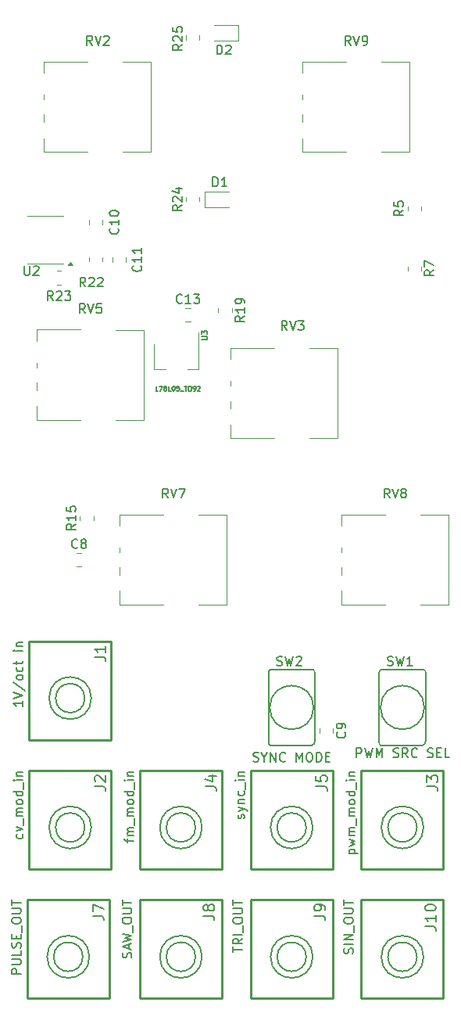
<source format=gbr>
%TF.GenerationSoftware,KiCad,Pcbnew,8.0.0*%
%TF.CreationDate,2024-05-14T21:41:44+02:00*%
%TF.ProjectId,VCO-3340,56434f2d-3333-4343-902e-6b696361645f,rev?*%
%TF.SameCoordinates,Original*%
%TF.FileFunction,Legend,Top*%
%TF.FilePolarity,Positive*%
%FSLAX46Y46*%
G04 Gerber Fmt 4.6, Leading zero omitted, Abs format (unit mm)*
G04 Created by KiCad (PCBNEW 8.0.0) date 2024-05-14 21:41:44*
%MOMM*%
%LPD*%
G01*
G04 APERTURE LIST*
%ADD10C,0.150000*%
%ADD11C,0.152400*%
%ADD12C,0.127000*%
%ADD13C,0.120000*%
%ADD14C,0.254000*%
G04 APERTURE END LIST*
D10*
X32800180Y-57361057D02*
X32847800Y-57408676D01*
X32847800Y-57408676D02*
X32895419Y-57551533D01*
X32895419Y-57551533D02*
X32895419Y-57646771D01*
X32895419Y-57646771D02*
X32847800Y-57789628D01*
X32847800Y-57789628D02*
X32752561Y-57884866D01*
X32752561Y-57884866D02*
X32657323Y-57932485D01*
X32657323Y-57932485D02*
X32466847Y-57980104D01*
X32466847Y-57980104D02*
X32323990Y-57980104D01*
X32323990Y-57980104D02*
X32133514Y-57932485D01*
X32133514Y-57932485D02*
X32038276Y-57884866D01*
X32038276Y-57884866D02*
X31943038Y-57789628D01*
X31943038Y-57789628D02*
X31895419Y-57646771D01*
X31895419Y-57646771D02*
X31895419Y-57551533D01*
X31895419Y-57551533D02*
X31943038Y-57408676D01*
X31943038Y-57408676D02*
X31990657Y-57361057D01*
X32895419Y-56408676D02*
X32895419Y-56980104D01*
X32895419Y-56694390D02*
X31895419Y-56694390D01*
X31895419Y-56694390D02*
X32038276Y-56789628D01*
X32038276Y-56789628D02*
X32133514Y-56884866D01*
X32133514Y-56884866D02*
X32181133Y-56980104D01*
X31895419Y-55789628D02*
X31895419Y-55694390D01*
X31895419Y-55694390D02*
X31943038Y-55599152D01*
X31943038Y-55599152D02*
X31990657Y-55551533D01*
X31990657Y-55551533D02*
X32085895Y-55503914D01*
X32085895Y-55503914D02*
X32276371Y-55456295D01*
X32276371Y-55456295D02*
X32514466Y-55456295D01*
X32514466Y-55456295D02*
X32704942Y-55503914D01*
X32704942Y-55503914D02*
X32800180Y-55551533D01*
X32800180Y-55551533D02*
X32847800Y-55599152D01*
X32847800Y-55599152D02*
X32895419Y-55694390D01*
X32895419Y-55694390D02*
X32895419Y-55789628D01*
X32895419Y-55789628D02*
X32847800Y-55884866D01*
X32847800Y-55884866D02*
X32800180Y-55932485D01*
X32800180Y-55932485D02*
X32704942Y-55980104D01*
X32704942Y-55980104D02*
X32514466Y-56027723D01*
X32514466Y-56027723D02*
X32276371Y-56027723D01*
X32276371Y-56027723D02*
X32085895Y-55980104D01*
X32085895Y-55980104D02*
X31990657Y-55932485D01*
X31990657Y-55932485D02*
X31943038Y-55884866D01*
X31943038Y-55884866D02*
X31895419Y-55789628D01*
D11*
X54078522Y-131754772D02*
X54940308Y-131754772D01*
X54940308Y-131754772D02*
X55112665Y-131812225D01*
X55112665Y-131812225D02*
X55227570Y-131927129D01*
X55227570Y-131927129D02*
X55285022Y-132099487D01*
X55285022Y-132099487D02*
X55285022Y-132214391D01*
X55285022Y-131122796D02*
X55285022Y-130892987D01*
X55285022Y-130892987D02*
X55227570Y-130778082D01*
X55227570Y-130778082D02*
X55170117Y-130720630D01*
X55170117Y-130720630D02*
X54997760Y-130605725D01*
X54997760Y-130605725D02*
X54767950Y-130548272D01*
X54767950Y-130548272D02*
X54308331Y-130548272D01*
X54308331Y-130548272D02*
X54193427Y-130605725D01*
X54193427Y-130605725D02*
X54135974Y-130663177D01*
X54135974Y-130663177D02*
X54078522Y-130778082D01*
X54078522Y-130778082D02*
X54078522Y-131007891D01*
X54078522Y-131007891D02*
X54135974Y-131122796D01*
X54135974Y-131122796D02*
X54193427Y-131180249D01*
X54193427Y-131180249D02*
X54308331Y-131237701D01*
X54308331Y-131237701D02*
X54595593Y-131237701D01*
X54595593Y-131237701D02*
X54710498Y-131180249D01*
X54710498Y-131180249D02*
X54767950Y-131122796D01*
X54767950Y-131122796D02*
X54825403Y-131007891D01*
X54825403Y-131007891D02*
X54825403Y-130778082D01*
X54825403Y-130778082D02*
X54767950Y-130663177D01*
X54767950Y-130663177D02*
X54710498Y-130605725D01*
X54710498Y-130605725D02*
X54595593Y-130548272D01*
D10*
X45310419Y-135703788D02*
X45310419Y-135132360D01*
X46310419Y-135418074D02*
X45310419Y-135418074D01*
X46310419Y-134227598D02*
X45834228Y-134560931D01*
X46310419Y-134799026D02*
X45310419Y-134799026D01*
X45310419Y-134799026D02*
X45310419Y-134418074D01*
X45310419Y-134418074D02*
X45358038Y-134322836D01*
X45358038Y-134322836D02*
X45405657Y-134275217D01*
X45405657Y-134275217D02*
X45500895Y-134227598D01*
X45500895Y-134227598D02*
X45643752Y-134227598D01*
X45643752Y-134227598D02*
X45738990Y-134275217D01*
X45738990Y-134275217D02*
X45786609Y-134322836D01*
X45786609Y-134322836D02*
X45834228Y-134418074D01*
X45834228Y-134418074D02*
X45834228Y-134799026D01*
X46310419Y-133799026D02*
X45310419Y-133799026D01*
X46405657Y-133560932D02*
X46405657Y-132799027D01*
X45310419Y-132370455D02*
X45310419Y-132179979D01*
X45310419Y-132179979D02*
X45358038Y-132084741D01*
X45358038Y-132084741D02*
X45453276Y-131989503D01*
X45453276Y-131989503D02*
X45643752Y-131941884D01*
X45643752Y-131941884D02*
X45977085Y-131941884D01*
X45977085Y-131941884D02*
X46167561Y-131989503D01*
X46167561Y-131989503D02*
X46262800Y-132084741D01*
X46262800Y-132084741D02*
X46310419Y-132179979D01*
X46310419Y-132179979D02*
X46310419Y-132370455D01*
X46310419Y-132370455D02*
X46262800Y-132465693D01*
X46262800Y-132465693D02*
X46167561Y-132560931D01*
X46167561Y-132560931D02*
X45977085Y-132608550D01*
X45977085Y-132608550D02*
X45643752Y-132608550D01*
X45643752Y-132608550D02*
X45453276Y-132560931D01*
X45453276Y-132560931D02*
X45358038Y-132465693D01*
X45358038Y-132465693D02*
X45310419Y-132370455D01*
X45310419Y-131513312D02*
X46119942Y-131513312D01*
X46119942Y-131513312D02*
X46215180Y-131465693D01*
X46215180Y-131465693D02*
X46262800Y-131418074D01*
X46262800Y-131418074D02*
X46310419Y-131322836D01*
X46310419Y-131322836D02*
X46310419Y-131132360D01*
X46310419Y-131132360D02*
X46262800Y-131037122D01*
X46262800Y-131037122D02*
X46215180Y-130989503D01*
X46215180Y-130989503D02*
X46119942Y-130941884D01*
X46119942Y-130941884D02*
X45310419Y-130941884D01*
X45310419Y-130608550D02*
X45310419Y-130037122D01*
X46310419Y-130322836D02*
X45310419Y-130322836D01*
X62262361Y-86533019D02*
X61929028Y-86056828D01*
X61690933Y-86533019D02*
X61690933Y-85533019D01*
X61690933Y-85533019D02*
X62071885Y-85533019D01*
X62071885Y-85533019D02*
X62167123Y-85580638D01*
X62167123Y-85580638D02*
X62214742Y-85628257D01*
X62214742Y-85628257D02*
X62262361Y-85723495D01*
X62262361Y-85723495D02*
X62262361Y-85866352D01*
X62262361Y-85866352D02*
X62214742Y-85961590D01*
X62214742Y-85961590D02*
X62167123Y-86009209D01*
X62167123Y-86009209D02*
X62071885Y-86056828D01*
X62071885Y-86056828D02*
X61690933Y-86056828D01*
X62548076Y-85533019D02*
X62881409Y-86533019D01*
X62881409Y-86533019D02*
X63214742Y-85533019D01*
X63690933Y-85961590D02*
X63595695Y-85913971D01*
X63595695Y-85913971D02*
X63548076Y-85866352D01*
X63548076Y-85866352D02*
X63500457Y-85771114D01*
X63500457Y-85771114D02*
X63500457Y-85723495D01*
X63500457Y-85723495D02*
X63548076Y-85628257D01*
X63548076Y-85628257D02*
X63595695Y-85580638D01*
X63595695Y-85580638D02*
X63690933Y-85533019D01*
X63690933Y-85533019D02*
X63881409Y-85533019D01*
X63881409Y-85533019D02*
X63976647Y-85580638D01*
X63976647Y-85580638D02*
X64024266Y-85628257D01*
X64024266Y-85628257D02*
X64071885Y-85723495D01*
X64071885Y-85723495D02*
X64071885Y-85771114D01*
X64071885Y-85771114D02*
X64024266Y-85866352D01*
X64024266Y-85866352D02*
X63976647Y-85913971D01*
X63976647Y-85913971D02*
X63881409Y-85961590D01*
X63881409Y-85961590D02*
X63690933Y-85961590D01*
X63690933Y-85961590D02*
X63595695Y-86009209D01*
X63595695Y-86009209D02*
X63548076Y-86056828D01*
X63548076Y-86056828D02*
X63500457Y-86152066D01*
X63500457Y-86152066D02*
X63500457Y-86342542D01*
X63500457Y-86342542D02*
X63548076Y-86437780D01*
X63548076Y-86437780D02*
X63595695Y-86485400D01*
X63595695Y-86485400D02*
X63690933Y-86533019D01*
X63690933Y-86533019D02*
X63881409Y-86533019D01*
X63881409Y-86533019D02*
X63976647Y-86485400D01*
X63976647Y-86485400D02*
X64024266Y-86437780D01*
X64024266Y-86437780D02*
X64071885Y-86342542D01*
X64071885Y-86342542D02*
X64071885Y-86152066D01*
X64071885Y-86152066D02*
X64024266Y-86056828D01*
X64024266Y-86056828D02*
X63976647Y-86009209D01*
X63976647Y-86009209D02*
X63881409Y-85961590D01*
X28443433Y-91897780D02*
X28395814Y-91945400D01*
X28395814Y-91945400D02*
X28252957Y-91993019D01*
X28252957Y-91993019D02*
X28157719Y-91993019D01*
X28157719Y-91993019D02*
X28014862Y-91945400D01*
X28014862Y-91945400D02*
X27919624Y-91850161D01*
X27919624Y-91850161D02*
X27872005Y-91754923D01*
X27872005Y-91754923D02*
X27824386Y-91564447D01*
X27824386Y-91564447D02*
X27824386Y-91421590D01*
X27824386Y-91421590D02*
X27872005Y-91231114D01*
X27872005Y-91231114D02*
X27919624Y-91135876D01*
X27919624Y-91135876D02*
X28014862Y-91040638D01*
X28014862Y-91040638D02*
X28157719Y-90993019D01*
X28157719Y-90993019D02*
X28252957Y-90993019D01*
X28252957Y-90993019D02*
X28395814Y-91040638D01*
X28395814Y-91040638D02*
X28443433Y-91088257D01*
X29014862Y-91421590D02*
X28919624Y-91373971D01*
X28919624Y-91373971D02*
X28872005Y-91326352D01*
X28872005Y-91326352D02*
X28824386Y-91231114D01*
X28824386Y-91231114D02*
X28824386Y-91183495D01*
X28824386Y-91183495D02*
X28872005Y-91088257D01*
X28872005Y-91088257D02*
X28919624Y-91040638D01*
X28919624Y-91040638D02*
X29014862Y-90993019D01*
X29014862Y-90993019D02*
X29205338Y-90993019D01*
X29205338Y-90993019D02*
X29300576Y-91040638D01*
X29300576Y-91040638D02*
X29348195Y-91088257D01*
X29348195Y-91088257D02*
X29395814Y-91183495D01*
X29395814Y-91183495D02*
X29395814Y-91231114D01*
X29395814Y-91231114D02*
X29348195Y-91326352D01*
X29348195Y-91326352D02*
X29300576Y-91373971D01*
X29300576Y-91373971D02*
X29205338Y-91421590D01*
X29205338Y-91421590D02*
X29014862Y-91421590D01*
X29014862Y-91421590D02*
X28919624Y-91469209D01*
X28919624Y-91469209D02*
X28872005Y-91516828D01*
X28872005Y-91516828D02*
X28824386Y-91612066D01*
X28824386Y-91612066D02*
X28824386Y-91802542D01*
X28824386Y-91802542D02*
X28872005Y-91897780D01*
X28872005Y-91897780D02*
X28919624Y-91945400D01*
X28919624Y-91945400D02*
X29014862Y-91993019D01*
X29014862Y-91993019D02*
X29205338Y-91993019D01*
X29205338Y-91993019D02*
X29300576Y-91945400D01*
X29300576Y-91945400D02*
X29348195Y-91897780D01*
X29348195Y-91897780D02*
X29395814Y-91802542D01*
X29395814Y-91802542D02*
X29395814Y-91612066D01*
X29395814Y-91612066D02*
X29348195Y-91516828D01*
X29348195Y-91516828D02*
X29300576Y-91469209D01*
X29300576Y-91469209D02*
X29205338Y-91421590D01*
X38262361Y-86533019D02*
X37929028Y-86056828D01*
X37690933Y-86533019D02*
X37690933Y-85533019D01*
X37690933Y-85533019D02*
X38071885Y-85533019D01*
X38071885Y-85533019D02*
X38167123Y-85580638D01*
X38167123Y-85580638D02*
X38214742Y-85628257D01*
X38214742Y-85628257D02*
X38262361Y-85723495D01*
X38262361Y-85723495D02*
X38262361Y-85866352D01*
X38262361Y-85866352D02*
X38214742Y-85961590D01*
X38214742Y-85961590D02*
X38167123Y-86009209D01*
X38167123Y-86009209D02*
X38071885Y-86056828D01*
X38071885Y-86056828D02*
X37690933Y-86056828D01*
X38548076Y-85533019D02*
X38881409Y-86533019D01*
X38881409Y-86533019D02*
X39214742Y-85533019D01*
X39452838Y-85533019D02*
X40119504Y-85533019D01*
X40119504Y-85533019D02*
X39690933Y-86533019D01*
X51145361Y-68373019D02*
X50812028Y-67896828D01*
X50573933Y-68373019D02*
X50573933Y-67373019D01*
X50573933Y-67373019D02*
X50954885Y-67373019D01*
X50954885Y-67373019D02*
X51050123Y-67420638D01*
X51050123Y-67420638D02*
X51097742Y-67468257D01*
X51097742Y-67468257D02*
X51145361Y-67563495D01*
X51145361Y-67563495D02*
X51145361Y-67706352D01*
X51145361Y-67706352D02*
X51097742Y-67801590D01*
X51097742Y-67801590D02*
X51050123Y-67849209D01*
X51050123Y-67849209D02*
X50954885Y-67896828D01*
X50954885Y-67896828D02*
X50573933Y-67896828D01*
X51431076Y-67373019D02*
X51764409Y-68373019D01*
X51764409Y-68373019D02*
X52097742Y-67373019D01*
X52335838Y-67373019D02*
X52954885Y-67373019D01*
X52954885Y-67373019D02*
X52621552Y-67753971D01*
X52621552Y-67753971D02*
X52764409Y-67753971D01*
X52764409Y-67753971D02*
X52859647Y-67801590D01*
X52859647Y-67801590D02*
X52907266Y-67849209D01*
X52907266Y-67849209D02*
X52954885Y-67944447D01*
X52954885Y-67944447D02*
X52954885Y-68182542D01*
X52954885Y-68182542D02*
X52907266Y-68277780D01*
X52907266Y-68277780D02*
X52859647Y-68325400D01*
X52859647Y-68325400D02*
X52764409Y-68373019D01*
X52764409Y-68373019D02*
X52478695Y-68373019D01*
X52478695Y-68373019D02*
X52383457Y-68325400D01*
X52383457Y-68325400D02*
X52335838Y-68277780D01*
X39795419Y-37461057D02*
X39319228Y-37794390D01*
X39795419Y-38032485D02*
X38795419Y-38032485D01*
X38795419Y-38032485D02*
X38795419Y-37651533D01*
X38795419Y-37651533D02*
X38843038Y-37556295D01*
X38843038Y-37556295D02*
X38890657Y-37508676D01*
X38890657Y-37508676D02*
X38985895Y-37461057D01*
X38985895Y-37461057D02*
X39128752Y-37461057D01*
X39128752Y-37461057D02*
X39223990Y-37508676D01*
X39223990Y-37508676D02*
X39271609Y-37556295D01*
X39271609Y-37556295D02*
X39319228Y-37651533D01*
X39319228Y-37651533D02*
X39319228Y-38032485D01*
X38890657Y-37080104D02*
X38843038Y-37032485D01*
X38843038Y-37032485D02*
X38795419Y-36937247D01*
X38795419Y-36937247D02*
X38795419Y-36699152D01*
X38795419Y-36699152D02*
X38843038Y-36603914D01*
X38843038Y-36603914D02*
X38890657Y-36556295D01*
X38890657Y-36556295D02*
X38985895Y-36508676D01*
X38985895Y-36508676D02*
X39081133Y-36508676D01*
X39081133Y-36508676D02*
X39223990Y-36556295D01*
X39223990Y-36556295D02*
X39795419Y-37127723D01*
X39795419Y-37127723D02*
X39795419Y-36508676D01*
X38795419Y-35603914D02*
X38795419Y-36080104D01*
X38795419Y-36080104D02*
X39271609Y-36127723D01*
X39271609Y-36127723D02*
X39223990Y-36080104D01*
X39223990Y-36080104D02*
X39176371Y-35984866D01*
X39176371Y-35984866D02*
X39176371Y-35746771D01*
X39176371Y-35746771D02*
X39223990Y-35651533D01*
X39223990Y-35651533D02*
X39271609Y-35603914D01*
X39271609Y-35603914D02*
X39366847Y-35556295D01*
X39366847Y-35556295D02*
X39604942Y-35556295D01*
X39604942Y-35556295D02*
X39700180Y-35603914D01*
X39700180Y-35603914D02*
X39747800Y-35651533D01*
X39747800Y-35651533D02*
X39795419Y-35746771D01*
X39795419Y-35746771D02*
X39795419Y-35984866D01*
X39795419Y-35984866D02*
X39747800Y-36080104D01*
X39747800Y-36080104D02*
X39700180Y-36127723D01*
D11*
X42285522Y-117754772D02*
X43147308Y-117754772D01*
X43147308Y-117754772D02*
X43319665Y-117812225D01*
X43319665Y-117812225D02*
X43434570Y-117927129D01*
X43434570Y-117927129D02*
X43492022Y-118099487D01*
X43492022Y-118099487D02*
X43492022Y-118214391D01*
X42687689Y-116663177D02*
X43492022Y-116663177D01*
X42228070Y-116950439D02*
X43089855Y-117237701D01*
X43089855Y-117237701D02*
X43089855Y-116490820D01*
D10*
X33850752Y-123799026D02*
X33850752Y-123418074D01*
X34517419Y-123656169D02*
X33660276Y-123656169D01*
X33660276Y-123656169D02*
X33565038Y-123608550D01*
X33565038Y-123608550D02*
X33517419Y-123513312D01*
X33517419Y-123513312D02*
X33517419Y-123418074D01*
X34517419Y-123084740D02*
X33850752Y-123084740D01*
X33945990Y-123084740D02*
X33898371Y-123037121D01*
X33898371Y-123037121D02*
X33850752Y-122941883D01*
X33850752Y-122941883D02*
X33850752Y-122799026D01*
X33850752Y-122799026D02*
X33898371Y-122703788D01*
X33898371Y-122703788D02*
X33993609Y-122656169D01*
X33993609Y-122656169D02*
X34517419Y-122656169D01*
X33993609Y-122656169D02*
X33898371Y-122608550D01*
X33898371Y-122608550D02*
X33850752Y-122513312D01*
X33850752Y-122513312D02*
X33850752Y-122370455D01*
X33850752Y-122370455D02*
X33898371Y-122275216D01*
X33898371Y-122275216D02*
X33993609Y-122227597D01*
X33993609Y-122227597D02*
X34517419Y-122227597D01*
X34612657Y-121989503D02*
X34612657Y-121227598D01*
X34517419Y-120989502D02*
X33850752Y-120989502D01*
X33945990Y-120989502D02*
X33898371Y-120941883D01*
X33898371Y-120941883D02*
X33850752Y-120846645D01*
X33850752Y-120846645D02*
X33850752Y-120703788D01*
X33850752Y-120703788D02*
X33898371Y-120608550D01*
X33898371Y-120608550D02*
X33993609Y-120560931D01*
X33993609Y-120560931D02*
X34517419Y-120560931D01*
X33993609Y-120560931D02*
X33898371Y-120513312D01*
X33898371Y-120513312D02*
X33850752Y-120418074D01*
X33850752Y-120418074D02*
X33850752Y-120275217D01*
X33850752Y-120275217D02*
X33898371Y-120179978D01*
X33898371Y-120179978D02*
X33993609Y-120132359D01*
X33993609Y-120132359D02*
X34517419Y-120132359D01*
X34517419Y-119513312D02*
X34469800Y-119608550D01*
X34469800Y-119608550D02*
X34422180Y-119656169D01*
X34422180Y-119656169D02*
X34326942Y-119703788D01*
X34326942Y-119703788D02*
X34041228Y-119703788D01*
X34041228Y-119703788D02*
X33945990Y-119656169D01*
X33945990Y-119656169D02*
X33898371Y-119608550D01*
X33898371Y-119608550D02*
X33850752Y-119513312D01*
X33850752Y-119513312D02*
X33850752Y-119370455D01*
X33850752Y-119370455D02*
X33898371Y-119275217D01*
X33898371Y-119275217D02*
X33945990Y-119227598D01*
X33945990Y-119227598D02*
X34041228Y-119179979D01*
X34041228Y-119179979D02*
X34326942Y-119179979D01*
X34326942Y-119179979D02*
X34422180Y-119227598D01*
X34422180Y-119227598D02*
X34469800Y-119275217D01*
X34469800Y-119275217D02*
X34517419Y-119370455D01*
X34517419Y-119370455D02*
X34517419Y-119513312D01*
X34517419Y-118322836D02*
X33517419Y-118322836D01*
X34469800Y-118322836D02*
X34517419Y-118418074D01*
X34517419Y-118418074D02*
X34517419Y-118608550D01*
X34517419Y-118608550D02*
X34469800Y-118703788D01*
X34469800Y-118703788D02*
X34422180Y-118751407D01*
X34422180Y-118751407D02*
X34326942Y-118799026D01*
X34326942Y-118799026D02*
X34041228Y-118799026D01*
X34041228Y-118799026D02*
X33945990Y-118751407D01*
X33945990Y-118751407D02*
X33898371Y-118703788D01*
X33898371Y-118703788D02*
X33850752Y-118608550D01*
X33850752Y-118608550D02*
X33850752Y-118418074D01*
X33850752Y-118418074D02*
X33898371Y-118322836D01*
X34612657Y-118084741D02*
X34612657Y-117322836D01*
X34517419Y-117084740D02*
X33850752Y-117084740D01*
X33517419Y-117084740D02*
X33565038Y-117132359D01*
X33565038Y-117132359D02*
X33612657Y-117084740D01*
X33612657Y-117084740D02*
X33565038Y-117037121D01*
X33565038Y-117037121D02*
X33517419Y-117084740D01*
X33517419Y-117084740D02*
X33612657Y-117084740D01*
X33850752Y-116608550D02*
X34517419Y-116608550D01*
X33945990Y-116608550D02*
X33898371Y-116560931D01*
X33898371Y-116560931D02*
X33850752Y-116465693D01*
X33850752Y-116465693D02*
X33850752Y-116322836D01*
X33850752Y-116322836D02*
X33898371Y-116227598D01*
X33898371Y-116227598D02*
X33993609Y-116179979D01*
X33993609Y-116179979D02*
X34517419Y-116179979D01*
X35300180Y-61398557D02*
X35347800Y-61446176D01*
X35347800Y-61446176D02*
X35395419Y-61589033D01*
X35395419Y-61589033D02*
X35395419Y-61684271D01*
X35395419Y-61684271D02*
X35347800Y-61827128D01*
X35347800Y-61827128D02*
X35252561Y-61922366D01*
X35252561Y-61922366D02*
X35157323Y-61969985D01*
X35157323Y-61969985D02*
X34966847Y-62017604D01*
X34966847Y-62017604D02*
X34823990Y-62017604D01*
X34823990Y-62017604D02*
X34633514Y-61969985D01*
X34633514Y-61969985D02*
X34538276Y-61922366D01*
X34538276Y-61922366D02*
X34443038Y-61827128D01*
X34443038Y-61827128D02*
X34395419Y-61684271D01*
X34395419Y-61684271D02*
X34395419Y-61589033D01*
X34395419Y-61589033D02*
X34443038Y-61446176D01*
X34443038Y-61446176D02*
X34490657Y-61398557D01*
X35395419Y-60446176D02*
X35395419Y-61017604D01*
X35395419Y-60731890D02*
X34395419Y-60731890D01*
X34395419Y-60731890D02*
X34538276Y-60827128D01*
X34538276Y-60827128D02*
X34633514Y-60922366D01*
X34633514Y-60922366D02*
X34681133Y-61017604D01*
X35395419Y-59493795D02*
X35395419Y-60065223D01*
X35395419Y-59779509D02*
X34395419Y-59779509D01*
X34395419Y-59779509D02*
X34538276Y-59874747D01*
X34538276Y-59874747D02*
X34633514Y-59969985D01*
X34633514Y-59969985D02*
X34681133Y-60065223D01*
X58055361Y-37533019D02*
X57722028Y-37056828D01*
X57483933Y-37533019D02*
X57483933Y-36533019D01*
X57483933Y-36533019D02*
X57864885Y-36533019D01*
X57864885Y-36533019D02*
X57960123Y-36580638D01*
X57960123Y-36580638D02*
X58007742Y-36628257D01*
X58007742Y-36628257D02*
X58055361Y-36723495D01*
X58055361Y-36723495D02*
X58055361Y-36866352D01*
X58055361Y-36866352D02*
X58007742Y-36961590D01*
X58007742Y-36961590D02*
X57960123Y-37009209D01*
X57960123Y-37009209D02*
X57864885Y-37056828D01*
X57864885Y-37056828D02*
X57483933Y-37056828D01*
X58341076Y-36533019D02*
X58674409Y-37533019D01*
X58674409Y-37533019D02*
X59007742Y-36533019D01*
X59388695Y-37533019D02*
X59579171Y-37533019D01*
X59579171Y-37533019D02*
X59674409Y-37485400D01*
X59674409Y-37485400D02*
X59722028Y-37437780D01*
X59722028Y-37437780D02*
X59817266Y-37294923D01*
X59817266Y-37294923D02*
X59864885Y-37104447D01*
X59864885Y-37104447D02*
X59864885Y-36723495D01*
X59864885Y-36723495D02*
X59817266Y-36628257D01*
X59817266Y-36628257D02*
X59769647Y-36580638D01*
X59769647Y-36580638D02*
X59674409Y-36533019D01*
X59674409Y-36533019D02*
X59483933Y-36533019D01*
X59483933Y-36533019D02*
X59388695Y-36580638D01*
X59388695Y-36580638D02*
X59341076Y-36628257D01*
X59341076Y-36628257D02*
X59293457Y-36723495D01*
X59293457Y-36723495D02*
X59293457Y-36961590D01*
X59293457Y-36961590D02*
X59341076Y-37056828D01*
X59341076Y-37056828D02*
X59388695Y-37104447D01*
X59388695Y-37104447D02*
X59483933Y-37152066D01*
X59483933Y-37152066D02*
X59674409Y-37152066D01*
X59674409Y-37152066D02*
X59769647Y-37104447D01*
X59769647Y-37104447D02*
X59817266Y-37056828D01*
X59817266Y-37056828D02*
X59864885Y-36961590D01*
X43557505Y-38523019D02*
X43557505Y-37523019D01*
X43557505Y-37523019D02*
X43795600Y-37523019D01*
X43795600Y-37523019D02*
X43938457Y-37570638D01*
X43938457Y-37570638D02*
X44033695Y-37665876D01*
X44033695Y-37665876D02*
X44081314Y-37761114D01*
X44081314Y-37761114D02*
X44128933Y-37951590D01*
X44128933Y-37951590D02*
X44128933Y-38094447D01*
X44128933Y-38094447D02*
X44081314Y-38284923D01*
X44081314Y-38284923D02*
X44033695Y-38380161D01*
X44033695Y-38380161D02*
X43938457Y-38475400D01*
X43938457Y-38475400D02*
X43795600Y-38523019D01*
X43795600Y-38523019D02*
X43557505Y-38523019D01*
X44509886Y-37618257D02*
X44557505Y-37570638D01*
X44557505Y-37570638D02*
X44652743Y-37523019D01*
X44652743Y-37523019D02*
X44890838Y-37523019D01*
X44890838Y-37523019D02*
X44986076Y-37570638D01*
X44986076Y-37570638D02*
X45033695Y-37618257D01*
X45033695Y-37618257D02*
X45081314Y-37713495D01*
X45081314Y-37713495D02*
X45081314Y-37808733D01*
X45081314Y-37808733D02*
X45033695Y-37951590D01*
X45033695Y-37951590D02*
X44462267Y-38523019D01*
X44462267Y-38523019D02*
X45081314Y-38523019D01*
X29262361Y-66533019D02*
X28929028Y-66056828D01*
X28690933Y-66533019D02*
X28690933Y-65533019D01*
X28690933Y-65533019D02*
X29071885Y-65533019D01*
X29071885Y-65533019D02*
X29167123Y-65580638D01*
X29167123Y-65580638D02*
X29214742Y-65628257D01*
X29214742Y-65628257D02*
X29262361Y-65723495D01*
X29262361Y-65723495D02*
X29262361Y-65866352D01*
X29262361Y-65866352D02*
X29214742Y-65961590D01*
X29214742Y-65961590D02*
X29167123Y-66009209D01*
X29167123Y-66009209D02*
X29071885Y-66056828D01*
X29071885Y-66056828D02*
X28690933Y-66056828D01*
X29548076Y-65533019D02*
X29881409Y-66533019D01*
X29881409Y-66533019D02*
X30214742Y-65533019D01*
X31024266Y-65533019D02*
X30548076Y-65533019D01*
X30548076Y-65533019D02*
X30500457Y-66009209D01*
X30500457Y-66009209D02*
X30548076Y-65961590D01*
X30548076Y-65961590D02*
X30643314Y-65913971D01*
X30643314Y-65913971D02*
X30881409Y-65913971D01*
X30881409Y-65913971D02*
X30976647Y-65961590D01*
X30976647Y-65961590D02*
X31024266Y-66009209D01*
X31024266Y-66009209D02*
X31071885Y-66104447D01*
X31071885Y-66104447D02*
X31071885Y-66342542D01*
X31071885Y-66342542D02*
X31024266Y-66437780D01*
X31024266Y-66437780D02*
X30976647Y-66485400D01*
X30976647Y-66485400D02*
X30881409Y-66533019D01*
X30881409Y-66533019D02*
X30643314Y-66533019D01*
X30643314Y-66533019D02*
X30548076Y-66485400D01*
X30548076Y-66485400D02*
X30500457Y-66437780D01*
X50056760Y-104640400D02*
X50199617Y-104688019D01*
X50199617Y-104688019D02*
X50437712Y-104688019D01*
X50437712Y-104688019D02*
X50532950Y-104640400D01*
X50532950Y-104640400D02*
X50580569Y-104592780D01*
X50580569Y-104592780D02*
X50628188Y-104497542D01*
X50628188Y-104497542D02*
X50628188Y-104402304D01*
X50628188Y-104402304D02*
X50580569Y-104307066D01*
X50580569Y-104307066D02*
X50532950Y-104259447D01*
X50532950Y-104259447D02*
X50437712Y-104211828D01*
X50437712Y-104211828D02*
X50247236Y-104164209D01*
X50247236Y-104164209D02*
X50151998Y-104116590D01*
X50151998Y-104116590D02*
X50104379Y-104068971D01*
X50104379Y-104068971D02*
X50056760Y-103973733D01*
X50056760Y-103973733D02*
X50056760Y-103878495D01*
X50056760Y-103878495D02*
X50104379Y-103783257D01*
X50104379Y-103783257D02*
X50151998Y-103735638D01*
X50151998Y-103735638D02*
X50247236Y-103688019D01*
X50247236Y-103688019D02*
X50485331Y-103688019D01*
X50485331Y-103688019D02*
X50628188Y-103735638D01*
X50961522Y-103688019D02*
X51199617Y-104688019D01*
X51199617Y-104688019D02*
X51390093Y-103973733D01*
X51390093Y-103973733D02*
X51580569Y-104688019D01*
X51580569Y-104688019D02*
X51818665Y-103688019D01*
X52151998Y-103783257D02*
X52199617Y-103735638D01*
X52199617Y-103735638D02*
X52294855Y-103688019D01*
X52294855Y-103688019D02*
X52532950Y-103688019D01*
X52532950Y-103688019D02*
X52628188Y-103735638D01*
X52628188Y-103735638D02*
X52675807Y-103783257D01*
X52675807Y-103783257D02*
X52723426Y-103878495D01*
X52723426Y-103878495D02*
X52723426Y-103973733D01*
X52723426Y-103973733D02*
X52675807Y-104116590D01*
X52675807Y-104116590D02*
X52104379Y-104688019D01*
X52104379Y-104688019D02*
X52723426Y-104688019D01*
X47480933Y-115040400D02*
X47623790Y-115088019D01*
X47623790Y-115088019D02*
X47861885Y-115088019D01*
X47861885Y-115088019D02*
X47957123Y-115040400D01*
X47957123Y-115040400D02*
X48004742Y-114992780D01*
X48004742Y-114992780D02*
X48052361Y-114897542D01*
X48052361Y-114897542D02*
X48052361Y-114802304D01*
X48052361Y-114802304D02*
X48004742Y-114707066D01*
X48004742Y-114707066D02*
X47957123Y-114659447D01*
X47957123Y-114659447D02*
X47861885Y-114611828D01*
X47861885Y-114611828D02*
X47671409Y-114564209D01*
X47671409Y-114564209D02*
X47576171Y-114516590D01*
X47576171Y-114516590D02*
X47528552Y-114468971D01*
X47528552Y-114468971D02*
X47480933Y-114373733D01*
X47480933Y-114373733D02*
X47480933Y-114278495D01*
X47480933Y-114278495D02*
X47528552Y-114183257D01*
X47528552Y-114183257D02*
X47576171Y-114135638D01*
X47576171Y-114135638D02*
X47671409Y-114088019D01*
X47671409Y-114088019D02*
X47909504Y-114088019D01*
X47909504Y-114088019D02*
X48052361Y-114135638D01*
X48671409Y-114611828D02*
X48671409Y-115088019D01*
X48338076Y-114088019D02*
X48671409Y-114611828D01*
X48671409Y-114611828D02*
X49004742Y-114088019D01*
X49338076Y-115088019D02*
X49338076Y-114088019D01*
X49338076Y-114088019D02*
X49909504Y-115088019D01*
X49909504Y-115088019D02*
X49909504Y-114088019D01*
X50957123Y-114992780D02*
X50909504Y-115040400D01*
X50909504Y-115040400D02*
X50766647Y-115088019D01*
X50766647Y-115088019D02*
X50671409Y-115088019D01*
X50671409Y-115088019D02*
X50528552Y-115040400D01*
X50528552Y-115040400D02*
X50433314Y-114945161D01*
X50433314Y-114945161D02*
X50385695Y-114849923D01*
X50385695Y-114849923D02*
X50338076Y-114659447D01*
X50338076Y-114659447D02*
X50338076Y-114516590D01*
X50338076Y-114516590D02*
X50385695Y-114326114D01*
X50385695Y-114326114D02*
X50433314Y-114230876D01*
X50433314Y-114230876D02*
X50528552Y-114135638D01*
X50528552Y-114135638D02*
X50671409Y-114088019D01*
X50671409Y-114088019D02*
X50766647Y-114088019D01*
X50766647Y-114088019D02*
X50909504Y-114135638D01*
X50909504Y-114135638D02*
X50957123Y-114183257D01*
X52147600Y-115088019D02*
X52147600Y-114088019D01*
X52147600Y-114088019D02*
X52480933Y-114802304D01*
X52480933Y-114802304D02*
X52814266Y-114088019D01*
X52814266Y-114088019D02*
X52814266Y-115088019D01*
X53480933Y-114088019D02*
X53671409Y-114088019D01*
X53671409Y-114088019D02*
X53766647Y-114135638D01*
X53766647Y-114135638D02*
X53861885Y-114230876D01*
X53861885Y-114230876D02*
X53909504Y-114421352D01*
X53909504Y-114421352D02*
X53909504Y-114754685D01*
X53909504Y-114754685D02*
X53861885Y-114945161D01*
X53861885Y-114945161D02*
X53766647Y-115040400D01*
X53766647Y-115040400D02*
X53671409Y-115088019D01*
X53671409Y-115088019D02*
X53480933Y-115088019D01*
X53480933Y-115088019D02*
X53385695Y-115040400D01*
X53385695Y-115040400D02*
X53290457Y-114945161D01*
X53290457Y-114945161D02*
X53242838Y-114754685D01*
X53242838Y-114754685D02*
X53242838Y-114421352D01*
X53242838Y-114421352D02*
X53290457Y-114230876D01*
X53290457Y-114230876D02*
X53385695Y-114135638D01*
X53385695Y-114135638D02*
X53480933Y-114088019D01*
X54338076Y-115088019D02*
X54338076Y-114088019D01*
X54338076Y-114088019D02*
X54576171Y-114088019D01*
X54576171Y-114088019D02*
X54719028Y-114135638D01*
X54719028Y-114135638D02*
X54814266Y-114230876D01*
X54814266Y-114230876D02*
X54861885Y-114326114D01*
X54861885Y-114326114D02*
X54909504Y-114516590D01*
X54909504Y-114516590D02*
X54909504Y-114659447D01*
X54909504Y-114659447D02*
X54861885Y-114849923D01*
X54861885Y-114849923D02*
X54814266Y-114945161D01*
X54814266Y-114945161D02*
X54719028Y-115040400D01*
X54719028Y-115040400D02*
X54576171Y-115088019D01*
X54576171Y-115088019D02*
X54338076Y-115088019D01*
X55338076Y-114564209D02*
X55671409Y-114564209D01*
X55814266Y-115088019D02*
X55338076Y-115088019D01*
X55338076Y-115088019D02*
X55338076Y-114088019D01*
X55338076Y-114088019D02*
X55814266Y-114088019D01*
X39760242Y-65397780D02*
X39712623Y-65445400D01*
X39712623Y-65445400D02*
X39569766Y-65493019D01*
X39569766Y-65493019D02*
X39474528Y-65493019D01*
X39474528Y-65493019D02*
X39331671Y-65445400D01*
X39331671Y-65445400D02*
X39236433Y-65350161D01*
X39236433Y-65350161D02*
X39188814Y-65254923D01*
X39188814Y-65254923D02*
X39141195Y-65064447D01*
X39141195Y-65064447D02*
X39141195Y-64921590D01*
X39141195Y-64921590D02*
X39188814Y-64731114D01*
X39188814Y-64731114D02*
X39236433Y-64635876D01*
X39236433Y-64635876D02*
X39331671Y-64540638D01*
X39331671Y-64540638D02*
X39474528Y-64493019D01*
X39474528Y-64493019D02*
X39569766Y-64493019D01*
X39569766Y-64493019D02*
X39712623Y-64540638D01*
X39712623Y-64540638D02*
X39760242Y-64588257D01*
X40712623Y-65493019D02*
X40141195Y-65493019D01*
X40426909Y-65493019D02*
X40426909Y-64493019D01*
X40426909Y-64493019D02*
X40331671Y-64635876D01*
X40331671Y-64635876D02*
X40236433Y-64731114D01*
X40236433Y-64731114D02*
X40141195Y-64778733D01*
X41045957Y-64493019D02*
X41665004Y-64493019D01*
X41665004Y-64493019D02*
X41331671Y-64873971D01*
X41331671Y-64873971D02*
X41474528Y-64873971D01*
X41474528Y-64873971D02*
X41569766Y-64921590D01*
X41569766Y-64921590D02*
X41617385Y-64969209D01*
X41617385Y-64969209D02*
X41665004Y-65064447D01*
X41665004Y-65064447D02*
X41665004Y-65302542D01*
X41665004Y-65302542D02*
X41617385Y-65397780D01*
X41617385Y-65397780D02*
X41569766Y-65445400D01*
X41569766Y-65445400D02*
X41474528Y-65493019D01*
X41474528Y-65493019D02*
X41188814Y-65493019D01*
X41188814Y-65493019D02*
X41093576Y-65445400D01*
X41093576Y-65445400D02*
X41045957Y-65397780D01*
X25797742Y-65173019D02*
X25464409Y-64696828D01*
X25226314Y-65173019D02*
X25226314Y-64173019D01*
X25226314Y-64173019D02*
X25607266Y-64173019D01*
X25607266Y-64173019D02*
X25702504Y-64220638D01*
X25702504Y-64220638D02*
X25750123Y-64268257D01*
X25750123Y-64268257D02*
X25797742Y-64363495D01*
X25797742Y-64363495D02*
X25797742Y-64506352D01*
X25797742Y-64506352D02*
X25750123Y-64601590D01*
X25750123Y-64601590D02*
X25702504Y-64649209D01*
X25702504Y-64649209D02*
X25607266Y-64696828D01*
X25607266Y-64696828D02*
X25226314Y-64696828D01*
X26178695Y-64268257D02*
X26226314Y-64220638D01*
X26226314Y-64220638D02*
X26321552Y-64173019D01*
X26321552Y-64173019D02*
X26559647Y-64173019D01*
X26559647Y-64173019D02*
X26654885Y-64220638D01*
X26654885Y-64220638D02*
X26702504Y-64268257D01*
X26702504Y-64268257D02*
X26750123Y-64363495D01*
X26750123Y-64363495D02*
X26750123Y-64458733D01*
X26750123Y-64458733D02*
X26702504Y-64601590D01*
X26702504Y-64601590D02*
X26131076Y-65173019D01*
X26131076Y-65173019D02*
X26750123Y-65173019D01*
X27083457Y-64173019D02*
X27702504Y-64173019D01*
X27702504Y-64173019D02*
X27369171Y-64553971D01*
X27369171Y-64553971D02*
X27512028Y-64553971D01*
X27512028Y-64553971D02*
X27607266Y-64601590D01*
X27607266Y-64601590D02*
X27654885Y-64649209D01*
X27654885Y-64649209D02*
X27702504Y-64744447D01*
X27702504Y-64744447D02*
X27702504Y-64982542D01*
X27702504Y-64982542D02*
X27654885Y-65077780D01*
X27654885Y-65077780D02*
X27607266Y-65125400D01*
X27607266Y-65125400D02*
X27512028Y-65173019D01*
X27512028Y-65173019D02*
X27226314Y-65173019D01*
X27226314Y-65173019D02*
X27131076Y-65125400D01*
X27131076Y-65125400D02*
X27083457Y-65077780D01*
X29297742Y-63673019D02*
X28964409Y-63196828D01*
X28726314Y-63673019D02*
X28726314Y-62673019D01*
X28726314Y-62673019D02*
X29107266Y-62673019D01*
X29107266Y-62673019D02*
X29202504Y-62720638D01*
X29202504Y-62720638D02*
X29250123Y-62768257D01*
X29250123Y-62768257D02*
X29297742Y-62863495D01*
X29297742Y-62863495D02*
X29297742Y-63006352D01*
X29297742Y-63006352D02*
X29250123Y-63101590D01*
X29250123Y-63101590D02*
X29202504Y-63149209D01*
X29202504Y-63149209D02*
X29107266Y-63196828D01*
X29107266Y-63196828D02*
X28726314Y-63196828D01*
X29678695Y-62768257D02*
X29726314Y-62720638D01*
X29726314Y-62720638D02*
X29821552Y-62673019D01*
X29821552Y-62673019D02*
X30059647Y-62673019D01*
X30059647Y-62673019D02*
X30154885Y-62720638D01*
X30154885Y-62720638D02*
X30202504Y-62768257D01*
X30202504Y-62768257D02*
X30250123Y-62863495D01*
X30250123Y-62863495D02*
X30250123Y-62958733D01*
X30250123Y-62958733D02*
X30202504Y-63101590D01*
X30202504Y-63101590D02*
X29631076Y-63673019D01*
X29631076Y-63673019D02*
X30250123Y-63673019D01*
X30631076Y-62768257D02*
X30678695Y-62720638D01*
X30678695Y-62720638D02*
X30773933Y-62673019D01*
X30773933Y-62673019D02*
X31012028Y-62673019D01*
X31012028Y-62673019D02*
X31107266Y-62720638D01*
X31107266Y-62720638D02*
X31154885Y-62768257D01*
X31154885Y-62768257D02*
X31202504Y-62863495D01*
X31202504Y-62863495D02*
X31202504Y-62958733D01*
X31202504Y-62958733D02*
X31154885Y-63101590D01*
X31154885Y-63101590D02*
X30583457Y-63673019D01*
X30583457Y-63673019D02*
X31202504Y-63673019D01*
D11*
X54285522Y-117754772D02*
X55147308Y-117754772D01*
X55147308Y-117754772D02*
X55319665Y-117812225D01*
X55319665Y-117812225D02*
X55434570Y-117927129D01*
X55434570Y-117927129D02*
X55492022Y-118099487D01*
X55492022Y-118099487D02*
X55492022Y-118214391D01*
X54285522Y-116605725D02*
X54285522Y-117180249D01*
X54285522Y-117180249D02*
X54860046Y-117237701D01*
X54860046Y-117237701D02*
X54802593Y-117180249D01*
X54802593Y-117180249D02*
X54745141Y-117065344D01*
X54745141Y-117065344D02*
X54745141Y-116778082D01*
X54745141Y-116778082D02*
X54802593Y-116663177D01*
X54802593Y-116663177D02*
X54860046Y-116605725D01*
X54860046Y-116605725D02*
X54974950Y-116548272D01*
X54974950Y-116548272D02*
X55262212Y-116548272D01*
X55262212Y-116548272D02*
X55377117Y-116605725D01*
X55377117Y-116605725D02*
X55434570Y-116663177D01*
X55434570Y-116663177D02*
X55492022Y-116778082D01*
X55492022Y-116778082D02*
X55492022Y-117065344D01*
X55492022Y-117065344D02*
X55434570Y-117180249D01*
X55434570Y-117180249D02*
X55377117Y-117237701D01*
D10*
X46469800Y-121227598D02*
X46517419Y-121132360D01*
X46517419Y-121132360D02*
X46517419Y-120941884D01*
X46517419Y-120941884D02*
X46469800Y-120846646D01*
X46469800Y-120846646D02*
X46374561Y-120799027D01*
X46374561Y-120799027D02*
X46326942Y-120799027D01*
X46326942Y-120799027D02*
X46231704Y-120846646D01*
X46231704Y-120846646D02*
X46184085Y-120941884D01*
X46184085Y-120941884D02*
X46184085Y-121084741D01*
X46184085Y-121084741D02*
X46136466Y-121179979D01*
X46136466Y-121179979D02*
X46041228Y-121227598D01*
X46041228Y-121227598D02*
X45993609Y-121227598D01*
X45993609Y-121227598D02*
X45898371Y-121179979D01*
X45898371Y-121179979D02*
X45850752Y-121084741D01*
X45850752Y-121084741D02*
X45850752Y-120941884D01*
X45850752Y-120941884D02*
X45898371Y-120846646D01*
X45850752Y-120465693D02*
X46517419Y-120227598D01*
X45850752Y-119989503D02*
X46517419Y-120227598D01*
X46517419Y-120227598D02*
X46755514Y-120322836D01*
X46755514Y-120322836D02*
X46803133Y-120370455D01*
X46803133Y-120370455D02*
X46850752Y-120465693D01*
X45850752Y-119608550D02*
X46517419Y-119608550D01*
X45945990Y-119608550D02*
X45898371Y-119560931D01*
X45898371Y-119560931D02*
X45850752Y-119465693D01*
X45850752Y-119465693D02*
X45850752Y-119322836D01*
X45850752Y-119322836D02*
X45898371Y-119227598D01*
X45898371Y-119227598D02*
X45993609Y-119179979D01*
X45993609Y-119179979D02*
X46517419Y-119179979D01*
X46469800Y-118275217D02*
X46517419Y-118370455D01*
X46517419Y-118370455D02*
X46517419Y-118560931D01*
X46517419Y-118560931D02*
X46469800Y-118656169D01*
X46469800Y-118656169D02*
X46422180Y-118703788D01*
X46422180Y-118703788D02*
X46326942Y-118751407D01*
X46326942Y-118751407D02*
X46041228Y-118751407D01*
X46041228Y-118751407D02*
X45945990Y-118703788D01*
X45945990Y-118703788D02*
X45898371Y-118656169D01*
X45898371Y-118656169D02*
X45850752Y-118560931D01*
X45850752Y-118560931D02*
X45850752Y-118370455D01*
X45850752Y-118370455D02*
X45898371Y-118275217D01*
X46612657Y-118084741D02*
X46612657Y-117322836D01*
X46517419Y-117084740D02*
X45850752Y-117084740D01*
X45517419Y-117084740D02*
X45565038Y-117132359D01*
X45565038Y-117132359D02*
X45612657Y-117084740D01*
X45612657Y-117084740D02*
X45565038Y-117037121D01*
X45565038Y-117037121D02*
X45517419Y-117084740D01*
X45517419Y-117084740D02*
X45612657Y-117084740D01*
X45850752Y-116608550D02*
X46517419Y-116608550D01*
X45945990Y-116608550D02*
X45898371Y-116560931D01*
X45898371Y-116560931D02*
X45850752Y-116465693D01*
X45850752Y-116465693D02*
X45850752Y-116322836D01*
X45850752Y-116322836D02*
X45898371Y-116227598D01*
X45898371Y-116227598D02*
X45993609Y-116179979D01*
X45993609Y-116179979D02*
X46517419Y-116179979D01*
X46545419Y-66861057D02*
X46069228Y-67194390D01*
X46545419Y-67432485D02*
X45545419Y-67432485D01*
X45545419Y-67432485D02*
X45545419Y-67051533D01*
X45545419Y-67051533D02*
X45593038Y-66956295D01*
X45593038Y-66956295D02*
X45640657Y-66908676D01*
X45640657Y-66908676D02*
X45735895Y-66861057D01*
X45735895Y-66861057D02*
X45878752Y-66861057D01*
X45878752Y-66861057D02*
X45973990Y-66908676D01*
X45973990Y-66908676D02*
X46021609Y-66956295D01*
X46021609Y-66956295D02*
X46069228Y-67051533D01*
X46069228Y-67051533D02*
X46069228Y-67432485D01*
X46545419Y-65908676D02*
X46545419Y-66480104D01*
X46545419Y-66194390D02*
X45545419Y-66194390D01*
X45545419Y-66194390D02*
X45688276Y-66289628D01*
X45688276Y-66289628D02*
X45783514Y-66384866D01*
X45783514Y-66384866D02*
X45831133Y-66480104D01*
X46545419Y-65432485D02*
X46545419Y-65242009D01*
X46545419Y-65242009D02*
X46497800Y-65146771D01*
X46497800Y-65146771D02*
X46450180Y-65099152D01*
X46450180Y-65099152D02*
X46307323Y-65003914D01*
X46307323Y-65003914D02*
X46116847Y-64956295D01*
X46116847Y-64956295D02*
X45735895Y-64956295D01*
X45735895Y-64956295D02*
X45640657Y-65003914D01*
X45640657Y-65003914D02*
X45593038Y-65051533D01*
X45593038Y-65051533D02*
X45545419Y-65146771D01*
X45545419Y-65146771D02*
X45545419Y-65337247D01*
X45545419Y-65337247D02*
X45593038Y-65432485D01*
X45593038Y-65432485D02*
X45640657Y-65480104D01*
X45640657Y-65480104D02*
X45735895Y-65527723D01*
X45735895Y-65527723D02*
X45973990Y-65527723D01*
X45973990Y-65527723D02*
X46069228Y-65480104D01*
X46069228Y-65480104D02*
X46116847Y-65432485D01*
X46116847Y-65432485D02*
X46164466Y-65337247D01*
X46164466Y-65337247D02*
X46164466Y-65146771D01*
X46164466Y-65146771D02*
X46116847Y-65051533D01*
X46116847Y-65051533D02*
X46069228Y-65003914D01*
X46069228Y-65003914D02*
X45973990Y-64956295D01*
X39745419Y-54861057D02*
X39269228Y-55194390D01*
X39745419Y-55432485D02*
X38745419Y-55432485D01*
X38745419Y-55432485D02*
X38745419Y-55051533D01*
X38745419Y-55051533D02*
X38793038Y-54956295D01*
X38793038Y-54956295D02*
X38840657Y-54908676D01*
X38840657Y-54908676D02*
X38935895Y-54861057D01*
X38935895Y-54861057D02*
X39078752Y-54861057D01*
X39078752Y-54861057D02*
X39173990Y-54908676D01*
X39173990Y-54908676D02*
X39221609Y-54956295D01*
X39221609Y-54956295D02*
X39269228Y-55051533D01*
X39269228Y-55051533D02*
X39269228Y-55432485D01*
X38840657Y-54480104D02*
X38793038Y-54432485D01*
X38793038Y-54432485D02*
X38745419Y-54337247D01*
X38745419Y-54337247D02*
X38745419Y-54099152D01*
X38745419Y-54099152D02*
X38793038Y-54003914D01*
X38793038Y-54003914D02*
X38840657Y-53956295D01*
X38840657Y-53956295D02*
X38935895Y-53908676D01*
X38935895Y-53908676D02*
X39031133Y-53908676D01*
X39031133Y-53908676D02*
X39173990Y-53956295D01*
X39173990Y-53956295D02*
X39745419Y-54527723D01*
X39745419Y-54527723D02*
X39745419Y-53908676D01*
X39078752Y-53051533D02*
X39745419Y-53051533D01*
X38697800Y-53289628D02*
X39412085Y-53527723D01*
X39412085Y-53527723D02*
X39412085Y-52908676D01*
X57400180Y-111884866D02*
X57447800Y-111932485D01*
X57447800Y-111932485D02*
X57495419Y-112075342D01*
X57495419Y-112075342D02*
X57495419Y-112170580D01*
X57495419Y-112170580D02*
X57447800Y-112313437D01*
X57447800Y-112313437D02*
X57352561Y-112408675D01*
X57352561Y-112408675D02*
X57257323Y-112456294D01*
X57257323Y-112456294D02*
X57066847Y-112503913D01*
X57066847Y-112503913D02*
X56923990Y-112503913D01*
X56923990Y-112503913D02*
X56733514Y-112456294D01*
X56733514Y-112456294D02*
X56638276Y-112408675D01*
X56638276Y-112408675D02*
X56543038Y-112313437D01*
X56543038Y-112313437D02*
X56495419Y-112170580D01*
X56495419Y-112170580D02*
X56495419Y-112075342D01*
X56495419Y-112075342D02*
X56543038Y-111932485D01*
X56543038Y-111932485D02*
X56590657Y-111884866D01*
X57495419Y-111408675D02*
X57495419Y-111218199D01*
X57495419Y-111218199D02*
X57447800Y-111122961D01*
X57447800Y-111122961D02*
X57400180Y-111075342D01*
X57400180Y-111075342D02*
X57257323Y-110980104D01*
X57257323Y-110980104D02*
X57066847Y-110932485D01*
X57066847Y-110932485D02*
X56685895Y-110932485D01*
X56685895Y-110932485D02*
X56590657Y-110980104D01*
X56590657Y-110980104D02*
X56543038Y-111027723D01*
X56543038Y-111027723D02*
X56495419Y-111122961D01*
X56495419Y-111122961D02*
X56495419Y-111313437D01*
X56495419Y-111313437D02*
X56543038Y-111408675D01*
X56543038Y-111408675D02*
X56590657Y-111456294D01*
X56590657Y-111456294D02*
X56685895Y-111503913D01*
X56685895Y-111503913D02*
X56923990Y-111503913D01*
X56923990Y-111503913D02*
X57019228Y-111456294D01*
X57019228Y-111456294D02*
X57066847Y-111408675D01*
X57066847Y-111408675D02*
X57114466Y-111313437D01*
X57114466Y-111313437D02*
X57114466Y-111122961D01*
X57114466Y-111122961D02*
X57066847Y-111027723D01*
X57066847Y-111027723D02*
X57019228Y-110980104D01*
X57019228Y-110980104D02*
X56923990Y-110932485D01*
D11*
X66285522Y-117754772D02*
X67147308Y-117754772D01*
X67147308Y-117754772D02*
X67319665Y-117812225D01*
X67319665Y-117812225D02*
X67434570Y-117927129D01*
X67434570Y-117927129D02*
X67492022Y-118099487D01*
X67492022Y-118099487D02*
X67492022Y-118214391D01*
X66285522Y-117295153D02*
X66285522Y-116548272D01*
X66285522Y-116548272D02*
X66745141Y-116950439D01*
X66745141Y-116950439D02*
X66745141Y-116778082D01*
X66745141Y-116778082D02*
X66802593Y-116663177D01*
X66802593Y-116663177D02*
X66860046Y-116605725D01*
X66860046Y-116605725D02*
X66974950Y-116548272D01*
X66974950Y-116548272D02*
X67262212Y-116548272D01*
X67262212Y-116548272D02*
X67377117Y-116605725D01*
X67377117Y-116605725D02*
X67434570Y-116663177D01*
X67434570Y-116663177D02*
X67492022Y-116778082D01*
X67492022Y-116778082D02*
X67492022Y-117122796D01*
X67492022Y-117122796D02*
X67434570Y-117237701D01*
X67434570Y-117237701D02*
X67377117Y-117295153D01*
D10*
X57850752Y-125037121D02*
X58850752Y-125037121D01*
X57898371Y-125037121D02*
X57850752Y-124941883D01*
X57850752Y-124941883D02*
X57850752Y-124751407D01*
X57850752Y-124751407D02*
X57898371Y-124656169D01*
X57898371Y-124656169D02*
X57945990Y-124608550D01*
X57945990Y-124608550D02*
X58041228Y-124560931D01*
X58041228Y-124560931D02*
X58326942Y-124560931D01*
X58326942Y-124560931D02*
X58422180Y-124608550D01*
X58422180Y-124608550D02*
X58469800Y-124656169D01*
X58469800Y-124656169D02*
X58517419Y-124751407D01*
X58517419Y-124751407D02*
X58517419Y-124941883D01*
X58517419Y-124941883D02*
X58469800Y-125037121D01*
X57850752Y-124227597D02*
X58517419Y-124037121D01*
X58517419Y-124037121D02*
X58041228Y-123846645D01*
X58041228Y-123846645D02*
X58517419Y-123656169D01*
X58517419Y-123656169D02*
X57850752Y-123465693D01*
X58517419Y-123084740D02*
X57850752Y-123084740D01*
X57945990Y-123084740D02*
X57898371Y-123037121D01*
X57898371Y-123037121D02*
X57850752Y-122941883D01*
X57850752Y-122941883D02*
X57850752Y-122799026D01*
X57850752Y-122799026D02*
X57898371Y-122703788D01*
X57898371Y-122703788D02*
X57993609Y-122656169D01*
X57993609Y-122656169D02*
X58517419Y-122656169D01*
X57993609Y-122656169D02*
X57898371Y-122608550D01*
X57898371Y-122608550D02*
X57850752Y-122513312D01*
X57850752Y-122513312D02*
X57850752Y-122370455D01*
X57850752Y-122370455D02*
X57898371Y-122275216D01*
X57898371Y-122275216D02*
X57993609Y-122227597D01*
X57993609Y-122227597D02*
X58517419Y-122227597D01*
X58612657Y-121989503D02*
X58612657Y-121227598D01*
X58517419Y-120989502D02*
X57850752Y-120989502D01*
X57945990Y-120989502D02*
X57898371Y-120941883D01*
X57898371Y-120941883D02*
X57850752Y-120846645D01*
X57850752Y-120846645D02*
X57850752Y-120703788D01*
X57850752Y-120703788D02*
X57898371Y-120608550D01*
X57898371Y-120608550D02*
X57993609Y-120560931D01*
X57993609Y-120560931D02*
X58517419Y-120560931D01*
X57993609Y-120560931D02*
X57898371Y-120513312D01*
X57898371Y-120513312D02*
X57850752Y-120418074D01*
X57850752Y-120418074D02*
X57850752Y-120275217D01*
X57850752Y-120275217D02*
X57898371Y-120179978D01*
X57898371Y-120179978D02*
X57993609Y-120132359D01*
X57993609Y-120132359D02*
X58517419Y-120132359D01*
X58517419Y-119513312D02*
X58469800Y-119608550D01*
X58469800Y-119608550D02*
X58422180Y-119656169D01*
X58422180Y-119656169D02*
X58326942Y-119703788D01*
X58326942Y-119703788D02*
X58041228Y-119703788D01*
X58041228Y-119703788D02*
X57945990Y-119656169D01*
X57945990Y-119656169D02*
X57898371Y-119608550D01*
X57898371Y-119608550D02*
X57850752Y-119513312D01*
X57850752Y-119513312D02*
X57850752Y-119370455D01*
X57850752Y-119370455D02*
X57898371Y-119275217D01*
X57898371Y-119275217D02*
X57945990Y-119227598D01*
X57945990Y-119227598D02*
X58041228Y-119179979D01*
X58041228Y-119179979D02*
X58326942Y-119179979D01*
X58326942Y-119179979D02*
X58422180Y-119227598D01*
X58422180Y-119227598D02*
X58469800Y-119275217D01*
X58469800Y-119275217D02*
X58517419Y-119370455D01*
X58517419Y-119370455D02*
X58517419Y-119513312D01*
X58517419Y-118322836D02*
X57517419Y-118322836D01*
X58469800Y-118322836D02*
X58517419Y-118418074D01*
X58517419Y-118418074D02*
X58517419Y-118608550D01*
X58517419Y-118608550D02*
X58469800Y-118703788D01*
X58469800Y-118703788D02*
X58422180Y-118751407D01*
X58422180Y-118751407D02*
X58326942Y-118799026D01*
X58326942Y-118799026D02*
X58041228Y-118799026D01*
X58041228Y-118799026D02*
X57945990Y-118751407D01*
X57945990Y-118751407D02*
X57898371Y-118703788D01*
X57898371Y-118703788D02*
X57850752Y-118608550D01*
X57850752Y-118608550D02*
X57850752Y-118418074D01*
X57850752Y-118418074D02*
X57898371Y-118322836D01*
X58612657Y-118084741D02*
X58612657Y-117322836D01*
X58517419Y-117084740D02*
X57850752Y-117084740D01*
X57517419Y-117084740D02*
X57565038Y-117132359D01*
X57565038Y-117132359D02*
X57612657Y-117084740D01*
X57612657Y-117084740D02*
X57565038Y-117037121D01*
X57565038Y-117037121D02*
X57517419Y-117084740D01*
X57517419Y-117084740D02*
X57612657Y-117084740D01*
X57850752Y-116608550D02*
X58517419Y-116608550D01*
X57945990Y-116608550D02*
X57898371Y-116560931D01*
X57898371Y-116560931D02*
X57850752Y-116465693D01*
X57850752Y-116465693D02*
X57850752Y-116322836D01*
X57850752Y-116322836D02*
X57898371Y-116227598D01*
X57898371Y-116227598D02*
X57993609Y-116179979D01*
X57993609Y-116179979D02*
X58517419Y-116179979D01*
X67045419Y-61884866D02*
X66569228Y-62218199D01*
X67045419Y-62456294D02*
X66045419Y-62456294D01*
X66045419Y-62456294D02*
X66045419Y-62075342D01*
X66045419Y-62075342D02*
X66093038Y-61980104D01*
X66093038Y-61980104D02*
X66140657Y-61932485D01*
X66140657Y-61932485D02*
X66235895Y-61884866D01*
X66235895Y-61884866D02*
X66378752Y-61884866D01*
X66378752Y-61884866D02*
X66473990Y-61932485D01*
X66473990Y-61932485D02*
X66521609Y-61980104D01*
X66521609Y-61980104D02*
X66569228Y-62075342D01*
X66569228Y-62075342D02*
X66569228Y-62456294D01*
X66045419Y-61551532D02*
X66045419Y-60884866D01*
X66045419Y-60884866D02*
X67045419Y-61313437D01*
X63745419Y-55384866D02*
X63269228Y-55718199D01*
X63745419Y-55956294D02*
X62745419Y-55956294D01*
X62745419Y-55956294D02*
X62745419Y-55575342D01*
X62745419Y-55575342D02*
X62793038Y-55480104D01*
X62793038Y-55480104D02*
X62840657Y-55432485D01*
X62840657Y-55432485D02*
X62935895Y-55384866D01*
X62935895Y-55384866D02*
X63078752Y-55384866D01*
X63078752Y-55384866D02*
X63173990Y-55432485D01*
X63173990Y-55432485D02*
X63221609Y-55480104D01*
X63221609Y-55480104D02*
X63269228Y-55575342D01*
X63269228Y-55575342D02*
X63269228Y-55956294D01*
X62745419Y-54480104D02*
X62745419Y-54956294D01*
X62745419Y-54956294D02*
X63221609Y-55003913D01*
X63221609Y-55003913D02*
X63173990Y-54956294D01*
X63173990Y-54956294D02*
X63126371Y-54861056D01*
X63126371Y-54861056D02*
X63126371Y-54622961D01*
X63126371Y-54622961D02*
X63173990Y-54527723D01*
X63173990Y-54527723D02*
X63221609Y-54480104D01*
X63221609Y-54480104D02*
X63316847Y-54432485D01*
X63316847Y-54432485D02*
X63554942Y-54432485D01*
X63554942Y-54432485D02*
X63650180Y-54480104D01*
X63650180Y-54480104D02*
X63697800Y-54527723D01*
X63697800Y-54527723D02*
X63745419Y-54622961D01*
X63745419Y-54622961D02*
X63745419Y-54861056D01*
X63745419Y-54861056D02*
X63697800Y-54956294D01*
X63697800Y-54956294D02*
X63650180Y-55003913D01*
X28245419Y-89361057D02*
X27769228Y-89694390D01*
X28245419Y-89932485D02*
X27245419Y-89932485D01*
X27245419Y-89932485D02*
X27245419Y-89551533D01*
X27245419Y-89551533D02*
X27293038Y-89456295D01*
X27293038Y-89456295D02*
X27340657Y-89408676D01*
X27340657Y-89408676D02*
X27435895Y-89361057D01*
X27435895Y-89361057D02*
X27578752Y-89361057D01*
X27578752Y-89361057D02*
X27673990Y-89408676D01*
X27673990Y-89408676D02*
X27721609Y-89456295D01*
X27721609Y-89456295D02*
X27769228Y-89551533D01*
X27769228Y-89551533D02*
X27769228Y-89932485D01*
X28245419Y-88408676D02*
X28245419Y-88980104D01*
X28245419Y-88694390D02*
X27245419Y-88694390D01*
X27245419Y-88694390D02*
X27388276Y-88789628D01*
X27388276Y-88789628D02*
X27483514Y-88884866D01*
X27483514Y-88884866D02*
X27531133Y-88980104D01*
X27245419Y-87503914D02*
X27245419Y-87980104D01*
X27245419Y-87980104D02*
X27721609Y-88027723D01*
X27721609Y-88027723D02*
X27673990Y-87980104D01*
X27673990Y-87980104D02*
X27626371Y-87884866D01*
X27626371Y-87884866D02*
X27626371Y-87646771D01*
X27626371Y-87646771D02*
X27673990Y-87551533D01*
X27673990Y-87551533D02*
X27721609Y-87503914D01*
X27721609Y-87503914D02*
X27816847Y-87456295D01*
X27816847Y-87456295D02*
X28054942Y-87456295D01*
X28054942Y-87456295D02*
X28150180Y-87503914D01*
X28150180Y-87503914D02*
X28197800Y-87551533D01*
X28197800Y-87551533D02*
X28245419Y-87646771D01*
X28245419Y-87646771D02*
X28245419Y-87884866D01*
X28245419Y-87884866D02*
X28197800Y-87980104D01*
X28197800Y-87980104D02*
X28150180Y-88027723D01*
X30055361Y-37533019D02*
X29722028Y-37056828D01*
X29483933Y-37533019D02*
X29483933Y-36533019D01*
X29483933Y-36533019D02*
X29864885Y-36533019D01*
X29864885Y-36533019D02*
X29960123Y-36580638D01*
X29960123Y-36580638D02*
X30007742Y-36628257D01*
X30007742Y-36628257D02*
X30055361Y-36723495D01*
X30055361Y-36723495D02*
X30055361Y-36866352D01*
X30055361Y-36866352D02*
X30007742Y-36961590D01*
X30007742Y-36961590D02*
X29960123Y-37009209D01*
X29960123Y-37009209D02*
X29864885Y-37056828D01*
X29864885Y-37056828D02*
X29483933Y-37056828D01*
X30341076Y-36533019D02*
X30674409Y-37533019D01*
X30674409Y-37533019D02*
X31007742Y-36533019D01*
X31293457Y-36628257D02*
X31341076Y-36580638D01*
X31341076Y-36580638D02*
X31436314Y-36533019D01*
X31436314Y-36533019D02*
X31674409Y-36533019D01*
X31674409Y-36533019D02*
X31769647Y-36580638D01*
X31769647Y-36580638D02*
X31817266Y-36628257D01*
X31817266Y-36628257D02*
X31864885Y-36723495D01*
X31864885Y-36723495D02*
X31864885Y-36818733D01*
X31864885Y-36818733D02*
X31817266Y-36961590D01*
X31817266Y-36961590D02*
X31245838Y-37533019D01*
X31245838Y-37533019D02*
X31864885Y-37533019D01*
X41910371Y-69390342D02*
X42396085Y-69390342D01*
X42396085Y-69390342D02*
X42453228Y-69361771D01*
X42453228Y-69361771D02*
X42481800Y-69333200D01*
X42481800Y-69333200D02*
X42510371Y-69276057D01*
X42510371Y-69276057D02*
X42510371Y-69161771D01*
X42510371Y-69161771D02*
X42481800Y-69104628D01*
X42481800Y-69104628D02*
X42453228Y-69076057D01*
X42453228Y-69076057D02*
X42396085Y-69047485D01*
X42396085Y-69047485D02*
X41910371Y-69047485D01*
X41910371Y-68818914D02*
X41910371Y-68447486D01*
X41910371Y-68447486D02*
X42138942Y-68647486D01*
X42138942Y-68647486D02*
X42138942Y-68561771D01*
X42138942Y-68561771D02*
X42167514Y-68504629D01*
X42167514Y-68504629D02*
X42196085Y-68476057D01*
X42196085Y-68476057D02*
X42253228Y-68447486D01*
X42253228Y-68447486D02*
X42396085Y-68447486D01*
X42396085Y-68447486D02*
X42453228Y-68476057D01*
X42453228Y-68476057D02*
X42481800Y-68504629D01*
X42481800Y-68504629D02*
X42510371Y-68561771D01*
X42510371Y-68561771D02*
X42510371Y-68733200D01*
X42510371Y-68733200D02*
X42481800Y-68790343D01*
X42481800Y-68790343D02*
X42453228Y-68818914D01*
D12*
X37187646Y-74946606D02*
X36945741Y-74946606D01*
X36945741Y-74946606D02*
X36945741Y-74438606D01*
X37308598Y-74438606D02*
X37647265Y-74438606D01*
X37647265Y-74438606D02*
X37429550Y-74946606D01*
X37913360Y-74656320D02*
X37864979Y-74632130D01*
X37864979Y-74632130D02*
X37840789Y-74607939D01*
X37840789Y-74607939D02*
X37816598Y-74559558D01*
X37816598Y-74559558D02*
X37816598Y-74535368D01*
X37816598Y-74535368D02*
X37840789Y-74486987D01*
X37840789Y-74486987D02*
X37864979Y-74462796D01*
X37864979Y-74462796D02*
X37913360Y-74438606D01*
X37913360Y-74438606D02*
X38010122Y-74438606D01*
X38010122Y-74438606D02*
X38058503Y-74462796D01*
X38058503Y-74462796D02*
X38082694Y-74486987D01*
X38082694Y-74486987D02*
X38106884Y-74535368D01*
X38106884Y-74535368D02*
X38106884Y-74559558D01*
X38106884Y-74559558D02*
X38082694Y-74607939D01*
X38082694Y-74607939D02*
X38058503Y-74632130D01*
X38058503Y-74632130D02*
X38010122Y-74656320D01*
X38010122Y-74656320D02*
X37913360Y-74656320D01*
X37913360Y-74656320D02*
X37864979Y-74680511D01*
X37864979Y-74680511D02*
X37840789Y-74704701D01*
X37840789Y-74704701D02*
X37816598Y-74753082D01*
X37816598Y-74753082D02*
X37816598Y-74849844D01*
X37816598Y-74849844D02*
X37840789Y-74898225D01*
X37840789Y-74898225D02*
X37864979Y-74922416D01*
X37864979Y-74922416D02*
X37913360Y-74946606D01*
X37913360Y-74946606D02*
X38010122Y-74946606D01*
X38010122Y-74946606D02*
X38058503Y-74922416D01*
X38058503Y-74922416D02*
X38082694Y-74898225D01*
X38082694Y-74898225D02*
X38106884Y-74849844D01*
X38106884Y-74849844D02*
X38106884Y-74753082D01*
X38106884Y-74753082D02*
X38082694Y-74704701D01*
X38082694Y-74704701D02*
X38058503Y-74680511D01*
X38058503Y-74680511D02*
X38010122Y-74656320D01*
X38566504Y-74946606D02*
X38324599Y-74946606D01*
X38324599Y-74946606D02*
X38324599Y-74438606D01*
X38832599Y-74438606D02*
X38880980Y-74438606D01*
X38880980Y-74438606D02*
X38929361Y-74462796D01*
X38929361Y-74462796D02*
X38953551Y-74486987D01*
X38953551Y-74486987D02*
X38977742Y-74535368D01*
X38977742Y-74535368D02*
X39001932Y-74632130D01*
X39001932Y-74632130D02*
X39001932Y-74753082D01*
X39001932Y-74753082D02*
X38977742Y-74849844D01*
X38977742Y-74849844D02*
X38953551Y-74898225D01*
X38953551Y-74898225D02*
X38929361Y-74922416D01*
X38929361Y-74922416D02*
X38880980Y-74946606D01*
X38880980Y-74946606D02*
X38832599Y-74946606D01*
X38832599Y-74946606D02*
X38784218Y-74922416D01*
X38784218Y-74922416D02*
X38760027Y-74898225D01*
X38760027Y-74898225D02*
X38735837Y-74849844D01*
X38735837Y-74849844D02*
X38711646Y-74753082D01*
X38711646Y-74753082D02*
X38711646Y-74632130D01*
X38711646Y-74632130D02*
X38735837Y-74535368D01*
X38735837Y-74535368D02*
X38760027Y-74486987D01*
X38760027Y-74486987D02*
X38784218Y-74462796D01*
X38784218Y-74462796D02*
X38832599Y-74438606D01*
X39461552Y-74438606D02*
X39219647Y-74438606D01*
X39219647Y-74438606D02*
X39195456Y-74680511D01*
X39195456Y-74680511D02*
X39219647Y-74656320D01*
X39219647Y-74656320D02*
X39268028Y-74632130D01*
X39268028Y-74632130D02*
X39388980Y-74632130D01*
X39388980Y-74632130D02*
X39437361Y-74656320D01*
X39437361Y-74656320D02*
X39461552Y-74680511D01*
X39461552Y-74680511D02*
X39485742Y-74728892D01*
X39485742Y-74728892D02*
X39485742Y-74849844D01*
X39485742Y-74849844D02*
X39461552Y-74898225D01*
X39461552Y-74898225D02*
X39437361Y-74922416D01*
X39437361Y-74922416D02*
X39388980Y-74946606D01*
X39388980Y-74946606D02*
X39268028Y-74946606D01*
X39268028Y-74946606D02*
X39219647Y-74922416D01*
X39219647Y-74922416D02*
X39195456Y-74898225D01*
X39582505Y-74994987D02*
X39969552Y-74994987D01*
X40017933Y-74438606D02*
X40308219Y-74438606D01*
X40163076Y-74946606D02*
X40163076Y-74438606D01*
X40574315Y-74438606D02*
X40671077Y-74438606D01*
X40671077Y-74438606D02*
X40719458Y-74462796D01*
X40719458Y-74462796D02*
X40767839Y-74511177D01*
X40767839Y-74511177D02*
X40792029Y-74607939D01*
X40792029Y-74607939D02*
X40792029Y-74777273D01*
X40792029Y-74777273D02*
X40767839Y-74874035D01*
X40767839Y-74874035D02*
X40719458Y-74922416D01*
X40719458Y-74922416D02*
X40671077Y-74946606D01*
X40671077Y-74946606D02*
X40574315Y-74946606D01*
X40574315Y-74946606D02*
X40525934Y-74922416D01*
X40525934Y-74922416D02*
X40477553Y-74874035D01*
X40477553Y-74874035D02*
X40453362Y-74777273D01*
X40453362Y-74777273D02*
X40453362Y-74607939D01*
X40453362Y-74607939D02*
X40477553Y-74511177D01*
X40477553Y-74511177D02*
X40525934Y-74462796D01*
X40525934Y-74462796D02*
X40574315Y-74438606D01*
X41033933Y-74946606D02*
X41130695Y-74946606D01*
X41130695Y-74946606D02*
X41179076Y-74922416D01*
X41179076Y-74922416D02*
X41203267Y-74898225D01*
X41203267Y-74898225D02*
X41251648Y-74825654D01*
X41251648Y-74825654D02*
X41275838Y-74728892D01*
X41275838Y-74728892D02*
X41275838Y-74535368D01*
X41275838Y-74535368D02*
X41251648Y-74486987D01*
X41251648Y-74486987D02*
X41227457Y-74462796D01*
X41227457Y-74462796D02*
X41179076Y-74438606D01*
X41179076Y-74438606D02*
X41082314Y-74438606D01*
X41082314Y-74438606D02*
X41033933Y-74462796D01*
X41033933Y-74462796D02*
X41009743Y-74486987D01*
X41009743Y-74486987D02*
X40985552Y-74535368D01*
X40985552Y-74535368D02*
X40985552Y-74656320D01*
X40985552Y-74656320D02*
X41009743Y-74704701D01*
X41009743Y-74704701D02*
X41033933Y-74728892D01*
X41033933Y-74728892D02*
X41082314Y-74753082D01*
X41082314Y-74753082D02*
X41179076Y-74753082D01*
X41179076Y-74753082D02*
X41227457Y-74728892D01*
X41227457Y-74728892D02*
X41251648Y-74704701D01*
X41251648Y-74704701D02*
X41275838Y-74656320D01*
X41469362Y-74486987D02*
X41493553Y-74462796D01*
X41493553Y-74462796D02*
X41541934Y-74438606D01*
X41541934Y-74438606D02*
X41662886Y-74438606D01*
X41662886Y-74438606D02*
X41711267Y-74462796D01*
X41711267Y-74462796D02*
X41735458Y-74486987D01*
X41735458Y-74486987D02*
X41759648Y-74535368D01*
X41759648Y-74535368D02*
X41759648Y-74583749D01*
X41759648Y-74583749D02*
X41735458Y-74656320D01*
X41735458Y-74656320D02*
X41445172Y-74946606D01*
X41445172Y-74946606D02*
X41759648Y-74946606D01*
D11*
X42078522Y-131754772D02*
X42940308Y-131754772D01*
X42940308Y-131754772D02*
X43112665Y-131812225D01*
X43112665Y-131812225D02*
X43227570Y-131927129D01*
X43227570Y-131927129D02*
X43285022Y-132099487D01*
X43285022Y-132099487D02*
X43285022Y-132214391D01*
X42595593Y-131007891D02*
X42538141Y-131122796D01*
X42538141Y-131122796D02*
X42480689Y-131180249D01*
X42480689Y-131180249D02*
X42365784Y-131237701D01*
X42365784Y-131237701D02*
X42308331Y-131237701D01*
X42308331Y-131237701D02*
X42193427Y-131180249D01*
X42193427Y-131180249D02*
X42135974Y-131122796D01*
X42135974Y-131122796D02*
X42078522Y-131007891D01*
X42078522Y-131007891D02*
X42078522Y-130778082D01*
X42078522Y-130778082D02*
X42135974Y-130663177D01*
X42135974Y-130663177D02*
X42193427Y-130605725D01*
X42193427Y-130605725D02*
X42308331Y-130548272D01*
X42308331Y-130548272D02*
X42365784Y-130548272D01*
X42365784Y-130548272D02*
X42480689Y-130605725D01*
X42480689Y-130605725D02*
X42538141Y-130663177D01*
X42538141Y-130663177D02*
X42595593Y-130778082D01*
X42595593Y-130778082D02*
X42595593Y-131007891D01*
X42595593Y-131007891D02*
X42653046Y-131122796D01*
X42653046Y-131122796D02*
X42710498Y-131180249D01*
X42710498Y-131180249D02*
X42825403Y-131237701D01*
X42825403Y-131237701D02*
X43055212Y-131237701D01*
X43055212Y-131237701D02*
X43170117Y-131180249D01*
X43170117Y-131180249D02*
X43227570Y-131122796D01*
X43227570Y-131122796D02*
X43285022Y-131007891D01*
X43285022Y-131007891D02*
X43285022Y-130778082D01*
X43285022Y-130778082D02*
X43227570Y-130663177D01*
X43227570Y-130663177D02*
X43170117Y-130605725D01*
X43170117Y-130605725D02*
X43055212Y-130548272D01*
X43055212Y-130548272D02*
X42825403Y-130548272D01*
X42825403Y-130548272D02*
X42710498Y-130605725D01*
X42710498Y-130605725D02*
X42653046Y-130663177D01*
X42653046Y-130663177D02*
X42595593Y-130778082D01*
D10*
X34262800Y-136322836D02*
X34310419Y-136179979D01*
X34310419Y-136179979D02*
X34310419Y-135941884D01*
X34310419Y-135941884D02*
X34262800Y-135846646D01*
X34262800Y-135846646D02*
X34215180Y-135799027D01*
X34215180Y-135799027D02*
X34119942Y-135751408D01*
X34119942Y-135751408D02*
X34024704Y-135751408D01*
X34024704Y-135751408D02*
X33929466Y-135799027D01*
X33929466Y-135799027D02*
X33881847Y-135846646D01*
X33881847Y-135846646D02*
X33834228Y-135941884D01*
X33834228Y-135941884D02*
X33786609Y-136132360D01*
X33786609Y-136132360D02*
X33738990Y-136227598D01*
X33738990Y-136227598D02*
X33691371Y-136275217D01*
X33691371Y-136275217D02*
X33596133Y-136322836D01*
X33596133Y-136322836D02*
X33500895Y-136322836D01*
X33500895Y-136322836D02*
X33405657Y-136275217D01*
X33405657Y-136275217D02*
X33358038Y-136227598D01*
X33358038Y-136227598D02*
X33310419Y-136132360D01*
X33310419Y-136132360D02*
X33310419Y-135894265D01*
X33310419Y-135894265D02*
X33358038Y-135751408D01*
X34024704Y-135370455D02*
X34024704Y-134894265D01*
X34310419Y-135465693D02*
X33310419Y-135132360D01*
X33310419Y-135132360D02*
X34310419Y-134799027D01*
X33310419Y-134560931D02*
X34310419Y-134322836D01*
X34310419Y-134322836D02*
X33596133Y-134132360D01*
X33596133Y-134132360D02*
X34310419Y-133941884D01*
X34310419Y-133941884D02*
X33310419Y-133703789D01*
X34405657Y-133560932D02*
X34405657Y-132799027D01*
X33310419Y-132370455D02*
X33310419Y-132179979D01*
X33310419Y-132179979D02*
X33358038Y-132084741D01*
X33358038Y-132084741D02*
X33453276Y-131989503D01*
X33453276Y-131989503D02*
X33643752Y-131941884D01*
X33643752Y-131941884D02*
X33977085Y-131941884D01*
X33977085Y-131941884D02*
X34167561Y-131989503D01*
X34167561Y-131989503D02*
X34262800Y-132084741D01*
X34262800Y-132084741D02*
X34310419Y-132179979D01*
X34310419Y-132179979D02*
X34310419Y-132370455D01*
X34310419Y-132370455D02*
X34262800Y-132465693D01*
X34262800Y-132465693D02*
X34167561Y-132560931D01*
X34167561Y-132560931D02*
X33977085Y-132608550D01*
X33977085Y-132608550D02*
X33643752Y-132608550D01*
X33643752Y-132608550D02*
X33453276Y-132560931D01*
X33453276Y-132560931D02*
X33358038Y-132465693D01*
X33358038Y-132465693D02*
X33310419Y-132370455D01*
X33310419Y-131513312D02*
X34119942Y-131513312D01*
X34119942Y-131513312D02*
X34215180Y-131465693D01*
X34215180Y-131465693D02*
X34262800Y-131418074D01*
X34262800Y-131418074D02*
X34310419Y-131322836D01*
X34310419Y-131322836D02*
X34310419Y-131132360D01*
X34310419Y-131132360D02*
X34262800Y-131037122D01*
X34262800Y-131037122D02*
X34215180Y-130989503D01*
X34215180Y-130989503D02*
X34119942Y-130941884D01*
X34119942Y-130941884D02*
X33310419Y-130941884D01*
X33310419Y-130608550D02*
X33310419Y-130037122D01*
X34310419Y-130322836D02*
X33310419Y-130322836D01*
X43102505Y-52823019D02*
X43102505Y-51823019D01*
X43102505Y-51823019D02*
X43340600Y-51823019D01*
X43340600Y-51823019D02*
X43483457Y-51870638D01*
X43483457Y-51870638D02*
X43578695Y-51965876D01*
X43578695Y-51965876D02*
X43626314Y-52061114D01*
X43626314Y-52061114D02*
X43673933Y-52251590D01*
X43673933Y-52251590D02*
X43673933Y-52394447D01*
X43673933Y-52394447D02*
X43626314Y-52584923D01*
X43626314Y-52584923D02*
X43578695Y-52680161D01*
X43578695Y-52680161D02*
X43483457Y-52775400D01*
X43483457Y-52775400D02*
X43340600Y-52823019D01*
X43340600Y-52823019D02*
X43102505Y-52823019D01*
X44626314Y-52823019D02*
X44054886Y-52823019D01*
X44340600Y-52823019D02*
X44340600Y-51823019D01*
X44340600Y-51823019D02*
X44245362Y-51965876D01*
X44245362Y-51965876D02*
X44150124Y-52061114D01*
X44150124Y-52061114D02*
X44054886Y-52108733D01*
D11*
X30285522Y-117754772D02*
X31147308Y-117754772D01*
X31147308Y-117754772D02*
X31319665Y-117812225D01*
X31319665Y-117812225D02*
X31434570Y-117927129D01*
X31434570Y-117927129D02*
X31492022Y-118099487D01*
X31492022Y-118099487D02*
X31492022Y-118214391D01*
X30400427Y-117237701D02*
X30342974Y-117180249D01*
X30342974Y-117180249D02*
X30285522Y-117065344D01*
X30285522Y-117065344D02*
X30285522Y-116778082D01*
X30285522Y-116778082D02*
X30342974Y-116663177D01*
X30342974Y-116663177D02*
X30400427Y-116605725D01*
X30400427Y-116605725D02*
X30515331Y-116548272D01*
X30515331Y-116548272D02*
X30630236Y-116548272D01*
X30630236Y-116548272D02*
X30802593Y-116605725D01*
X30802593Y-116605725D02*
X31492022Y-117295153D01*
X31492022Y-117295153D02*
X31492022Y-116548272D01*
D10*
X22469800Y-122941884D02*
X22517419Y-123037122D01*
X22517419Y-123037122D02*
X22517419Y-123227598D01*
X22517419Y-123227598D02*
X22469800Y-123322836D01*
X22469800Y-123322836D02*
X22422180Y-123370455D01*
X22422180Y-123370455D02*
X22326942Y-123418074D01*
X22326942Y-123418074D02*
X22041228Y-123418074D01*
X22041228Y-123418074D02*
X21945990Y-123370455D01*
X21945990Y-123370455D02*
X21898371Y-123322836D01*
X21898371Y-123322836D02*
X21850752Y-123227598D01*
X21850752Y-123227598D02*
X21850752Y-123037122D01*
X21850752Y-123037122D02*
X21898371Y-122941884D01*
X21850752Y-122608550D02*
X22517419Y-122370455D01*
X22517419Y-122370455D02*
X21850752Y-122132360D01*
X22612657Y-121989503D02*
X22612657Y-121227598D01*
X22517419Y-120989502D02*
X21850752Y-120989502D01*
X21945990Y-120989502D02*
X21898371Y-120941883D01*
X21898371Y-120941883D02*
X21850752Y-120846645D01*
X21850752Y-120846645D02*
X21850752Y-120703788D01*
X21850752Y-120703788D02*
X21898371Y-120608550D01*
X21898371Y-120608550D02*
X21993609Y-120560931D01*
X21993609Y-120560931D02*
X22517419Y-120560931D01*
X21993609Y-120560931D02*
X21898371Y-120513312D01*
X21898371Y-120513312D02*
X21850752Y-120418074D01*
X21850752Y-120418074D02*
X21850752Y-120275217D01*
X21850752Y-120275217D02*
X21898371Y-120179978D01*
X21898371Y-120179978D02*
X21993609Y-120132359D01*
X21993609Y-120132359D02*
X22517419Y-120132359D01*
X22517419Y-119513312D02*
X22469800Y-119608550D01*
X22469800Y-119608550D02*
X22422180Y-119656169D01*
X22422180Y-119656169D02*
X22326942Y-119703788D01*
X22326942Y-119703788D02*
X22041228Y-119703788D01*
X22041228Y-119703788D02*
X21945990Y-119656169D01*
X21945990Y-119656169D02*
X21898371Y-119608550D01*
X21898371Y-119608550D02*
X21850752Y-119513312D01*
X21850752Y-119513312D02*
X21850752Y-119370455D01*
X21850752Y-119370455D02*
X21898371Y-119275217D01*
X21898371Y-119275217D02*
X21945990Y-119227598D01*
X21945990Y-119227598D02*
X22041228Y-119179979D01*
X22041228Y-119179979D02*
X22326942Y-119179979D01*
X22326942Y-119179979D02*
X22422180Y-119227598D01*
X22422180Y-119227598D02*
X22469800Y-119275217D01*
X22469800Y-119275217D02*
X22517419Y-119370455D01*
X22517419Y-119370455D02*
X22517419Y-119513312D01*
X22517419Y-118322836D02*
X21517419Y-118322836D01*
X22469800Y-118322836D02*
X22517419Y-118418074D01*
X22517419Y-118418074D02*
X22517419Y-118608550D01*
X22517419Y-118608550D02*
X22469800Y-118703788D01*
X22469800Y-118703788D02*
X22422180Y-118751407D01*
X22422180Y-118751407D02*
X22326942Y-118799026D01*
X22326942Y-118799026D02*
X22041228Y-118799026D01*
X22041228Y-118799026D02*
X21945990Y-118751407D01*
X21945990Y-118751407D02*
X21898371Y-118703788D01*
X21898371Y-118703788D02*
X21850752Y-118608550D01*
X21850752Y-118608550D02*
X21850752Y-118418074D01*
X21850752Y-118418074D02*
X21898371Y-118322836D01*
X22612657Y-118084741D02*
X22612657Y-117322836D01*
X22517419Y-117084740D02*
X21850752Y-117084740D01*
X21517419Y-117084740D02*
X21565038Y-117132359D01*
X21565038Y-117132359D02*
X21612657Y-117084740D01*
X21612657Y-117084740D02*
X21565038Y-117037121D01*
X21565038Y-117037121D02*
X21517419Y-117084740D01*
X21517419Y-117084740D02*
X21612657Y-117084740D01*
X21850752Y-116608550D02*
X22517419Y-116608550D01*
X21945990Y-116608550D02*
X21898371Y-116560931D01*
X21898371Y-116560931D02*
X21850752Y-116465693D01*
X21850752Y-116465693D02*
X21850752Y-116322836D01*
X21850752Y-116322836D02*
X21898371Y-116227598D01*
X21898371Y-116227598D02*
X21993609Y-116179979D01*
X21993609Y-116179979D02*
X22517419Y-116179979D01*
X62056760Y-104640400D02*
X62199617Y-104688019D01*
X62199617Y-104688019D02*
X62437712Y-104688019D01*
X62437712Y-104688019D02*
X62532950Y-104640400D01*
X62532950Y-104640400D02*
X62580569Y-104592780D01*
X62580569Y-104592780D02*
X62628188Y-104497542D01*
X62628188Y-104497542D02*
X62628188Y-104402304D01*
X62628188Y-104402304D02*
X62580569Y-104307066D01*
X62580569Y-104307066D02*
X62532950Y-104259447D01*
X62532950Y-104259447D02*
X62437712Y-104211828D01*
X62437712Y-104211828D02*
X62247236Y-104164209D01*
X62247236Y-104164209D02*
X62151998Y-104116590D01*
X62151998Y-104116590D02*
X62104379Y-104068971D01*
X62104379Y-104068971D02*
X62056760Y-103973733D01*
X62056760Y-103973733D02*
X62056760Y-103878495D01*
X62056760Y-103878495D02*
X62104379Y-103783257D01*
X62104379Y-103783257D02*
X62151998Y-103735638D01*
X62151998Y-103735638D02*
X62247236Y-103688019D01*
X62247236Y-103688019D02*
X62485331Y-103688019D01*
X62485331Y-103688019D02*
X62628188Y-103735638D01*
X62961522Y-103688019D02*
X63199617Y-104688019D01*
X63199617Y-104688019D02*
X63390093Y-103973733D01*
X63390093Y-103973733D02*
X63580569Y-104688019D01*
X63580569Y-104688019D02*
X63818665Y-103688019D01*
X64723426Y-104688019D02*
X64151998Y-104688019D01*
X64437712Y-104688019D02*
X64437712Y-103688019D01*
X64437712Y-103688019D02*
X64342474Y-103830876D01*
X64342474Y-103830876D02*
X64247236Y-103926114D01*
X64247236Y-103926114D02*
X64151998Y-103973733D01*
X58671409Y-114628019D02*
X58671409Y-113628019D01*
X58671409Y-113628019D02*
X59052361Y-113628019D01*
X59052361Y-113628019D02*
X59147599Y-113675638D01*
X59147599Y-113675638D02*
X59195218Y-113723257D01*
X59195218Y-113723257D02*
X59242837Y-113818495D01*
X59242837Y-113818495D02*
X59242837Y-113961352D01*
X59242837Y-113961352D02*
X59195218Y-114056590D01*
X59195218Y-114056590D02*
X59147599Y-114104209D01*
X59147599Y-114104209D02*
X59052361Y-114151828D01*
X59052361Y-114151828D02*
X58671409Y-114151828D01*
X59576171Y-113628019D02*
X59814266Y-114628019D01*
X59814266Y-114628019D02*
X60004742Y-113913733D01*
X60004742Y-113913733D02*
X60195218Y-114628019D01*
X60195218Y-114628019D02*
X60433314Y-113628019D01*
X60814266Y-114628019D02*
X60814266Y-113628019D01*
X60814266Y-113628019D02*
X61147599Y-114342304D01*
X61147599Y-114342304D02*
X61480932Y-113628019D01*
X61480932Y-113628019D02*
X61480932Y-114628019D01*
X62671409Y-114580400D02*
X62814266Y-114628019D01*
X62814266Y-114628019D02*
X63052361Y-114628019D01*
X63052361Y-114628019D02*
X63147599Y-114580400D01*
X63147599Y-114580400D02*
X63195218Y-114532780D01*
X63195218Y-114532780D02*
X63242837Y-114437542D01*
X63242837Y-114437542D02*
X63242837Y-114342304D01*
X63242837Y-114342304D02*
X63195218Y-114247066D01*
X63195218Y-114247066D02*
X63147599Y-114199447D01*
X63147599Y-114199447D02*
X63052361Y-114151828D01*
X63052361Y-114151828D02*
X62861885Y-114104209D01*
X62861885Y-114104209D02*
X62766647Y-114056590D01*
X62766647Y-114056590D02*
X62719028Y-114008971D01*
X62719028Y-114008971D02*
X62671409Y-113913733D01*
X62671409Y-113913733D02*
X62671409Y-113818495D01*
X62671409Y-113818495D02*
X62719028Y-113723257D01*
X62719028Y-113723257D02*
X62766647Y-113675638D01*
X62766647Y-113675638D02*
X62861885Y-113628019D01*
X62861885Y-113628019D02*
X63099980Y-113628019D01*
X63099980Y-113628019D02*
X63242837Y-113675638D01*
X64242837Y-114628019D02*
X63909504Y-114151828D01*
X63671409Y-114628019D02*
X63671409Y-113628019D01*
X63671409Y-113628019D02*
X64052361Y-113628019D01*
X64052361Y-113628019D02*
X64147599Y-113675638D01*
X64147599Y-113675638D02*
X64195218Y-113723257D01*
X64195218Y-113723257D02*
X64242837Y-113818495D01*
X64242837Y-113818495D02*
X64242837Y-113961352D01*
X64242837Y-113961352D02*
X64195218Y-114056590D01*
X64195218Y-114056590D02*
X64147599Y-114104209D01*
X64147599Y-114104209D02*
X64052361Y-114151828D01*
X64052361Y-114151828D02*
X63671409Y-114151828D01*
X65242837Y-114532780D02*
X65195218Y-114580400D01*
X65195218Y-114580400D02*
X65052361Y-114628019D01*
X65052361Y-114628019D02*
X64957123Y-114628019D01*
X64957123Y-114628019D02*
X64814266Y-114580400D01*
X64814266Y-114580400D02*
X64719028Y-114485161D01*
X64719028Y-114485161D02*
X64671409Y-114389923D01*
X64671409Y-114389923D02*
X64623790Y-114199447D01*
X64623790Y-114199447D02*
X64623790Y-114056590D01*
X64623790Y-114056590D02*
X64671409Y-113866114D01*
X64671409Y-113866114D02*
X64719028Y-113770876D01*
X64719028Y-113770876D02*
X64814266Y-113675638D01*
X64814266Y-113675638D02*
X64957123Y-113628019D01*
X64957123Y-113628019D02*
X65052361Y-113628019D01*
X65052361Y-113628019D02*
X65195218Y-113675638D01*
X65195218Y-113675638D02*
X65242837Y-113723257D01*
X66385695Y-114580400D02*
X66528552Y-114628019D01*
X66528552Y-114628019D02*
X66766647Y-114628019D01*
X66766647Y-114628019D02*
X66861885Y-114580400D01*
X66861885Y-114580400D02*
X66909504Y-114532780D01*
X66909504Y-114532780D02*
X66957123Y-114437542D01*
X66957123Y-114437542D02*
X66957123Y-114342304D01*
X66957123Y-114342304D02*
X66909504Y-114247066D01*
X66909504Y-114247066D02*
X66861885Y-114199447D01*
X66861885Y-114199447D02*
X66766647Y-114151828D01*
X66766647Y-114151828D02*
X66576171Y-114104209D01*
X66576171Y-114104209D02*
X66480933Y-114056590D01*
X66480933Y-114056590D02*
X66433314Y-114008971D01*
X66433314Y-114008971D02*
X66385695Y-113913733D01*
X66385695Y-113913733D02*
X66385695Y-113818495D01*
X66385695Y-113818495D02*
X66433314Y-113723257D01*
X66433314Y-113723257D02*
X66480933Y-113675638D01*
X66480933Y-113675638D02*
X66576171Y-113628019D01*
X66576171Y-113628019D02*
X66814266Y-113628019D01*
X66814266Y-113628019D02*
X66957123Y-113675638D01*
X67385695Y-114104209D02*
X67719028Y-114104209D01*
X67861885Y-114628019D02*
X67385695Y-114628019D01*
X67385695Y-114628019D02*
X67385695Y-113628019D01*
X67385695Y-113628019D02*
X67861885Y-113628019D01*
X68766647Y-114628019D02*
X68290457Y-114628019D01*
X68290457Y-114628019D02*
X68290457Y-113628019D01*
D11*
X30078522Y-131754772D02*
X30940308Y-131754772D01*
X30940308Y-131754772D02*
X31112665Y-131812225D01*
X31112665Y-131812225D02*
X31227570Y-131927129D01*
X31227570Y-131927129D02*
X31285022Y-132099487D01*
X31285022Y-132099487D02*
X31285022Y-132214391D01*
X30078522Y-131295153D02*
X30078522Y-130490820D01*
X30078522Y-130490820D02*
X31285022Y-131007891D01*
D10*
X22310419Y-138037122D02*
X21310419Y-138037122D01*
X21310419Y-138037122D02*
X21310419Y-137656170D01*
X21310419Y-137656170D02*
X21358038Y-137560932D01*
X21358038Y-137560932D02*
X21405657Y-137513313D01*
X21405657Y-137513313D02*
X21500895Y-137465694D01*
X21500895Y-137465694D02*
X21643752Y-137465694D01*
X21643752Y-137465694D02*
X21738990Y-137513313D01*
X21738990Y-137513313D02*
X21786609Y-137560932D01*
X21786609Y-137560932D02*
X21834228Y-137656170D01*
X21834228Y-137656170D02*
X21834228Y-138037122D01*
X21310419Y-137037122D02*
X22119942Y-137037122D01*
X22119942Y-137037122D02*
X22215180Y-136989503D01*
X22215180Y-136989503D02*
X22262800Y-136941884D01*
X22262800Y-136941884D02*
X22310419Y-136846646D01*
X22310419Y-136846646D02*
X22310419Y-136656170D01*
X22310419Y-136656170D02*
X22262800Y-136560932D01*
X22262800Y-136560932D02*
X22215180Y-136513313D01*
X22215180Y-136513313D02*
X22119942Y-136465694D01*
X22119942Y-136465694D02*
X21310419Y-136465694D01*
X22310419Y-135513313D02*
X22310419Y-135989503D01*
X22310419Y-135989503D02*
X21310419Y-135989503D01*
X22262800Y-135227598D02*
X22310419Y-135084741D01*
X22310419Y-135084741D02*
X22310419Y-134846646D01*
X22310419Y-134846646D02*
X22262800Y-134751408D01*
X22262800Y-134751408D02*
X22215180Y-134703789D01*
X22215180Y-134703789D02*
X22119942Y-134656170D01*
X22119942Y-134656170D02*
X22024704Y-134656170D01*
X22024704Y-134656170D02*
X21929466Y-134703789D01*
X21929466Y-134703789D02*
X21881847Y-134751408D01*
X21881847Y-134751408D02*
X21834228Y-134846646D01*
X21834228Y-134846646D02*
X21786609Y-135037122D01*
X21786609Y-135037122D02*
X21738990Y-135132360D01*
X21738990Y-135132360D02*
X21691371Y-135179979D01*
X21691371Y-135179979D02*
X21596133Y-135227598D01*
X21596133Y-135227598D02*
X21500895Y-135227598D01*
X21500895Y-135227598D02*
X21405657Y-135179979D01*
X21405657Y-135179979D02*
X21358038Y-135132360D01*
X21358038Y-135132360D02*
X21310419Y-135037122D01*
X21310419Y-135037122D02*
X21310419Y-134799027D01*
X21310419Y-134799027D02*
X21358038Y-134656170D01*
X21786609Y-134227598D02*
X21786609Y-133894265D01*
X22310419Y-133751408D02*
X22310419Y-134227598D01*
X22310419Y-134227598D02*
X21310419Y-134227598D01*
X21310419Y-134227598D02*
X21310419Y-133751408D01*
X22405657Y-133560932D02*
X22405657Y-132799027D01*
X21310419Y-132370455D02*
X21310419Y-132179979D01*
X21310419Y-132179979D02*
X21358038Y-132084741D01*
X21358038Y-132084741D02*
X21453276Y-131989503D01*
X21453276Y-131989503D02*
X21643752Y-131941884D01*
X21643752Y-131941884D02*
X21977085Y-131941884D01*
X21977085Y-131941884D02*
X22167561Y-131989503D01*
X22167561Y-131989503D02*
X22262800Y-132084741D01*
X22262800Y-132084741D02*
X22310419Y-132179979D01*
X22310419Y-132179979D02*
X22310419Y-132370455D01*
X22310419Y-132370455D02*
X22262800Y-132465693D01*
X22262800Y-132465693D02*
X22167561Y-132560931D01*
X22167561Y-132560931D02*
X21977085Y-132608550D01*
X21977085Y-132608550D02*
X21643752Y-132608550D01*
X21643752Y-132608550D02*
X21453276Y-132560931D01*
X21453276Y-132560931D02*
X21358038Y-132465693D01*
X21358038Y-132465693D02*
X21310419Y-132370455D01*
X21310419Y-131513312D02*
X22119942Y-131513312D01*
X22119942Y-131513312D02*
X22215180Y-131465693D01*
X22215180Y-131465693D02*
X22262800Y-131418074D01*
X22262800Y-131418074D02*
X22310419Y-131322836D01*
X22310419Y-131322836D02*
X22310419Y-131132360D01*
X22310419Y-131132360D02*
X22262800Y-131037122D01*
X22262800Y-131037122D02*
X22215180Y-130989503D01*
X22215180Y-130989503D02*
X22119942Y-130941884D01*
X22119942Y-130941884D02*
X21310419Y-130941884D01*
X21310419Y-130608550D02*
X21310419Y-130037122D01*
X22310419Y-130322836D02*
X21310419Y-130322836D01*
D11*
X66078522Y-132903820D02*
X66940308Y-132903820D01*
X66940308Y-132903820D02*
X67112665Y-132961273D01*
X67112665Y-132961273D02*
X67227570Y-133076177D01*
X67227570Y-133076177D02*
X67285022Y-133248535D01*
X67285022Y-133248535D02*
X67285022Y-133363439D01*
X67285022Y-131697320D02*
X67285022Y-132386749D01*
X67285022Y-132042035D02*
X66078522Y-132042035D01*
X66078522Y-132042035D02*
X66250879Y-132156939D01*
X66250879Y-132156939D02*
X66365784Y-132271844D01*
X66365784Y-132271844D02*
X66423236Y-132386749D01*
X66078522Y-130950439D02*
X66078522Y-130835534D01*
X66078522Y-130835534D02*
X66135974Y-130720630D01*
X66135974Y-130720630D02*
X66193427Y-130663177D01*
X66193427Y-130663177D02*
X66308331Y-130605725D01*
X66308331Y-130605725D02*
X66538141Y-130548272D01*
X66538141Y-130548272D02*
X66825403Y-130548272D01*
X66825403Y-130548272D02*
X67055212Y-130605725D01*
X67055212Y-130605725D02*
X67170117Y-130663177D01*
X67170117Y-130663177D02*
X67227570Y-130720630D01*
X67227570Y-130720630D02*
X67285022Y-130835534D01*
X67285022Y-130835534D02*
X67285022Y-130950439D01*
X67285022Y-130950439D02*
X67227570Y-131065344D01*
X67227570Y-131065344D02*
X67170117Y-131122796D01*
X67170117Y-131122796D02*
X67055212Y-131180249D01*
X67055212Y-131180249D02*
X66825403Y-131237701D01*
X66825403Y-131237701D02*
X66538141Y-131237701D01*
X66538141Y-131237701D02*
X66308331Y-131180249D01*
X66308331Y-131180249D02*
X66193427Y-131122796D01*
X66193427Y-131122796D02*
X66135974Y-131065344D01*
X66135974Y-131065344D02*
X66078522Y-130950439D01*
D10*
X58262800Y-135846645D02*
X58310419Y-135703788D01*
X58310419Y-135703788D02*
X58310419Y-135465693D01*
X58310419Y-135465693D02*
X58262800Y-135370455D01*
X58262800Y-135370455D02*
X58215180Y-135322836D01*
X58215180Y-135322836D02*
X58119942Y-135275217D01*
X58119942Y-135275217D02*
X58024704Y-135275217D01*
X58024704Y-135275217D02*
X57929466Y-135322836D01*
X57929466Y-135322836D02*
X57881847Y-135370455D01*
X57881847Y-135370455D02*
X57834228Y-135465693D01*
X57834228Y-135465693D02*
X57786609Y-135656169D01*
X57786609Y-135656169D02*
X57738990Y-135751407D01*
X57738990Y-135751407D02*
X57691371Y-135799026D01*
X57691371Y-135799026D02*
X57596133Y-135846645D01*
X57596133Y-135846645D02*
X57500895Y-135846645D01*
X57500895Y-135846645D02*
X57405657Y-135799026D01*
X57405657Y-135799026D02*
X57358038Y-135751407D01*
X57358038Y-135751407D02*
X57310419Y-135656169D01*
X57310419Y-135656169D02*
X57310419Y-135418074D01*
X57310419Y-135418074D02*
X57358038Y-135275217D01*
X58310419Y-134846645D02*
X57310419Y-134846645D01*
X58310419Y-134370455D02*
X57310419Y-134370455D01*
X57310419Y-134370455D02*
X58310419Y-133799027D01*
X58310419Y-133799027D02*
X57310419Y-133799027D01*
X58405657Y-133560932D02*
X58405657Y-132799027D01*
X57310419Y-132370455D02*
X57310419Y-132179979D01*
X57310419Y-132179979D02*
X57358038Y-132084741D01*
X57358038Y-132084741D02*
X57453276Y-131989503D01*
X57453276Y-131989503D02*
X57643752Y-131941884D01*
X57643752Y-131941884D02*
X57977085Y-131941884D01*
X57977085Y-131941884D02*
X58167561Y-131989503D01*
X58167561Y-131989503D02*
X58262800Y-132084741D01*
X58262800Y-132084741D02*
X58310419Y-132179979D01*
X58310419Y-132179979D02*
X58310419Y-132370455D01*
X58310419Y-132370455D02*
X58262800Y-132465693D01*
X58262800Y-132465693D02*
X58167561Y-132560931D01*
X58167561Y-132560931D02*
X57977085Y-132608550D01*
X57977085Y-132608550D02*
X57643752Y-132608550D01*
X57643752Y-132608550D02*
X57453276Y-132560931D01*
X57453276Y-132560931D02*
X57358038Y-132465693D01*
X57358038Y-132465693D02*
X57310419Y-132370455D01*
X57310419Y-131513312D02*
X58119942Y-131513312D01*
X58119942Y-131513312D02*
X58215180Y-131465693D01*
X58215180Y-131465693D02*
X58262800Y-131418074D01*
X58262800Y-131418074D02*
X58310419Y-131322836D01*
X58310419Y-131322836D02*
X58310419Y-131132360D01*
X58310419Y-131132360D02*
X58262800Y-131037122D01*
X58262800Y-131037122D02*
X58215180Y-130989503D01*
X58215180Y-130989503D02*
X58119942Y-130941884D01*
X58119942Y-130941884D02*
X57310419Y-130941884D01*
X57310419Y-130608550D02*
X57310419Y-130037122D01*
X58310419Y-130322836D02*
X57310419Y-130322836D01*
D11*
X30285522Y-103754772D02*
X31147308Y-103754772D01*
X31147308Y-103754772D02*
X31319665Y-103812225D01*
X31319665Y-103812225D02*
X31434570Y-103927129D01*
X31434570Y-103927129D02*
X31492022Y-104099487D01*
X31492022Y-104099487D02*
X31492022Y-104214391D01*
X31492022Y-102548272D02*
X31492022Y-103237701D01*
X31492022Y-102892987D02*
X30285522Y-102892987D01*
X30285522Y-102892987D02*
X30457879Y-103007891D01*
X30457879Y-103007891D02*
X30572784Y-103122796D01*
X30572784Y-103122796D02*
X30630236Y-103237701D01*
D10*
X22517419Y-108513313D02*
X22517419Y-109084741D01*
X22517419Y-108799027D02*
X21517419Y-108799027D01*
X21517419Y-108799027D02*
X21660276Y-108894265D01*
X21660276Y-108894265D02*
X21755514Y-108989503D01*
X21755514Y-108989503D02*
X21803133Y-109084741D01*
X21517419Y-108227598D02*
X22517419Y-107894265D01*
X22517419Y-107894265D02*
X21517419Y-107560932D01*
X21469800Y-106513313D02*
X22755514Y-107370455D01*
X22517419Y-106037122D02*
X22469800Y-106132360D01*
X22469800Y-106132360D02*
X22422180Y-106179979D01*
X22422180Y-106179979D02*
X22326942Y-106227598D01*
X22326942Y-106227598D02*
X22041228Y-106227598D01*
X22041228Y-106227598D02*
X21945990Y-106179979D01*
X21945990Y-106179979D02*
X21898371Y-106132360D01*
X21898371Y-106132360D02*
X21850752Y-106037122D01*
X21850752Y-106037122D02*
X21850752Y-105894265D01*
X21850752Y-105894265D02*
X21898371Y-105799027D01*
X21898371Y-105799027D02*
X21945990Y-105751408D01*
X21945990Y-105751408D02*
X22041228Y-105703789D01*
X22041228Y-105703789D02*
X22326942Y-105703789D01*
X22326942Y-105703789D02*
X22422180Y-105751408D01*
X22422180Y-105751408D02*
X22469800Y-105799027D01*
X22469800Y-105799027D02*
X22517419Y-105894265D01*
X22517419Y-105894265D02*
X22517419Y-106037122D01*
X22469800Y-104846646D02*
X22517419Y-104941884D01*
X22517419Y-104941884D02*
X22517419Y-105132360D01*
X22517419Y-105132360D02*
X22469800Y-105227598D01*
X22469800Y-105227598D02*
X22422180Y-105275217D01*
X22422180Y-105275217D02*
X22326942Y-105322836D01*
X22326942Y-105322836D02*
X22041228Y-105322836D01*
X22041228Y-105322836D02*
X21945990Y-105275217D01*
X21945990Y-105275217D02*
X21898371Y-105227598D01*
X21898371Y-105227598D02*
X21850752Y-105132360D01*
X21850752Y-105132360D02*
X21850752Y-104941884D01*
X21850752Y-104941884D02*
X21898371Y-104846646D01*
X21850752Y-104560931D02*
X21850752Y-104179979D01*
X21517419Y-104418074D02*
X22374561Y-104418074D01*
X22374561Y-104418074D02*
X22469800Y-104370455D01*
X22469800Y-104370455D02*
X22517419Y-104275217D01*
X22517419Y-104275217D02*
X22517419Y-104179979D01*
X22517419Y-103084740D02*
X21850752Y-103084740D01*
X21517419Y-103084740D02*
X21565038Y-103132359D01*
X21565038Y-103132359D02*
X21612657Y-103084740D01*
X21612657Y-103084740D02*
X21565038Y-103037121D01*
X21565038Y-103037121D02*
X21517419Y-103084740D01*
X21517419Y-103084740D02*
X21612657Y-103084740D01*
X21850752Y-102608550D02*
X22517419Y-102608550D01*
X21945990Y-102608550D02*
X21898371Y-102560931D01*
X21898371Y-102560931D02*
X21850752Y-102465693D01*
X21850752Y-102465693D02*
X21850752Y-102322836D01*
X21850752Y-102322836D02*
X21898371Y-102227598D01*
X21898371Y-102227598D02*
X21993609Y-102179979D01*
X21993609Y-102179979D02*
X22517419Y-102179979D01*
X22678695Y-61443019D02*
X22678695Y-62252542D01*
X22678695Y-62252542D02*
X22726314Y-62347780D01*
X22726314Y-62347780D02*
X22773933Y-62395400D01*
X22773933Y-62395400D02*
X22869171Y-62443019D01*
X22869171Y-62443019D02*
X23059647Y-62443019D01*
X23059647Y-62443019D02*
X23154885Y-62395400D01*
X23154885Y-62395400D02*
X23202504Y-62347780D01*
X23202504Y-62347780D02*
X23250123Y-62252542D01*
X23250123Y-62252542D02*
X23250123Y-61443019D01*
X23678695Y-61538257D02*
X23726314Y-61490638D01*
X23726314Y-61490638D02*
X23821552Y-61443019D01*
X23821552Y-61443019D02*
X24059647Y-61443019D01*
X24059647Y-61443019D02*
X24154885Y-61490638D01*
X24154885Y-61490638D02*
X24202504Y-61538257D01*
X24202504Y-61538257D02*
X24250123Y-61633495D01*
X24250123Y-61633495D02*
X24250123Y-61728733D01*
X24250123Y-61728733D02*
X24202504Y-61871590D01*
X24202504Y-61871590D02*
X23631076Y-62443019D01*
X23631076Y-62443019D02*
X24250123Y-62443019D01*
D13*
%TO.C,C10*%
X29705600Y-56456948D02*
X29705600Y-56979452D01*
X31175600Y-56456948D02*
X31175600Y-56979452D01*
D14*
%TO.C,J9*%
X47202600Y-130046000D02*
X47202600Y-140714000D01*
X47202600Y-140714000D02*
X56092600Y-140714000D01*
X56092600Y-130046000D02*
X47202600Y-130046000D01*
X56092600Y-140714000D02*
X56092600Y-130046000D01*
D12*
X53222400Y-136205500D02*
G75*
G02*
X50072800Y-136205500I-1574800J0D01*
G01*
X50072800Y-136205500D02*
G75*
G02*
X53222400Y-136205500I1574800J0D01*
G01*
X53933600Y-136205500D02*
G75*
G02*
X49361600Y-136205500I-2286000J0D01*
G01*
X49361600Y-136205500D02*
G75*
G02*
X53933600Y-136205500I2286000J0D01*
G01*
D13*
%TO.C,RV8*%
X57027600Y-88338200D02*
X61747600Y-88338200D01*
X57027600Y-89528200D02*
X57027600Y-88348200D01*
X57027600Y-92428200D02*
X57027600Y-91898200D01*
X57027600Y-94878200D02*
X57027600Y-94048200D01*
X57027600Y-98088200D02*
X57027600Y-96598200D01*
X57027600Y-98088200D02*
X61747600Y-98088200D01*
X65557600Y-88348200D02*
X68617600Y-88348200D01*
X65557600Y-98088200D02*
X68617600Y-98088200D01*
X68617600Y-98088200D02*
X68617600Y-88348200D01*
%TO.C,C8*%
X28348848Y-92483200D02*
X28871352Y-92483200D01*
X28348848Y-93953200D02*
X28871352Y-93953200D01*
%TO.C,RV7*%
X33027600Y-88338200D02*
X37747600Y-88338200D01*
X33027600Y-89528200D02*
X33027600Y-88348200D01*
X33027600Y-92428200D02*
X33027600Y-91898200D01*
X33027600Y-94878200D02*
X33027600Y-94048200D01*
X33027600Y-98088200D02*
X33027600Y-96598200D01*
X33027600Y-98088200D02*
X37747600Y-98088200D01*
X41557600Y-88348200D02*
X44617600Y-88348200D01*
X41557600Y-98088200D02*
X44617600Y-98088200D01*
X44617600Y-98088200D02*
X44617600Y-88348200D01*
%TO.C,RV3*%
X45027600Y-70338200D02*
X49747600Y-70338200D01*
X45027600Y-71528200D02*
X45027600Y-70348200D01*
X45027600Y-74428200D02*
X45027600Y-73898200D01*
X45027600Y-76878200D02*
X45027600Y-76048200D01*
X45027600Y-80088200D02*
X45027600Y-78598200D01*
X45027600Y-80088200D02*
X49747600Y-80088200D01*
X53557600Y-70348200D02*
X56617600Y-70348200D01*
X53557600Y-80088200D02*
X56617600Y-80088200D01*
X56617600Y-80088200D02*
X56617600Y-70348200D01*
%TO.C,R25*%
X40205600Y-36491136D02*
X40205600Y-36945264D01*
X41675600Y-36491136D02*
X41675600Y-36945264D01*
D14*
%TO.C,J4*%
X35202600Y-116046000D02*
X35202600Y-126714000D01*
X35202600Y-126714000D02*
X44092600Y-126714000D01*
X44092600Y-116046000D02*
X35202600Y-116046000D01*
X44092600Y-126714000D02*
X44092600Y-116046000D01*
D12*
X41222400Y-122205500D02*
G75*
G02*
X38072800Y-122205500I-1574800J0D01*
G01*
X38072800Y-122205500D02*
G75*
G02*
X41222400Y-122205500I1574800J0D01*
G01*
X41933600Y-122205500D02*
G75*
G02*
X37361600Y-122205500I-2286000J0D01*
G01*
X37361600Y-122205500D02*
G75*
G02*
X41933600Y-122205500I2286000J0D01*
G01*
D13*
%TO.C,C11*%
X32205600Y-61016952D02*
X32205600Y-60494448D01*
X33675600Y-61016952D02*
X33675600Y-60494448D01*
%TO.C,RV9*%
X52820600Y-39338200D02*
X57540600Y-39338200D01*
X52820600Y-40528200D02*
X52820600Y-39348200D01*
X52820600Y-43428200D02*
X52820600Y-42898200D01*
X52820600Y-45878200D02*
X52820600Y-45048200D01*
X52820600Y-49088200D02*
X52820600Y-47598200D01*
X52820600Y-49088200D02*
X57540600Y-49088200D01*
X61350600Y-39348200D02*
X64410600Y-39348200D01*
X61350600Y-49088200D02*
X64410600Y-49088200D01*
X64410600Y-49088200D02*
X64410600Y-39348200D01*
%TO.C,D2*%
X45905600Y-35368200D02*
X43245600Y-35368200D01*
X45905600Y-37068200D02*
X43245600Y-37068200D01*
X45905600Y-37068200D02*
X45905600Y-35368200D01*
%TO.C,RV5*%
X24027600Y-68338200D02*
X28747600Y-68338200D01*
X24027600Y-69528200D02*
X24027600Y-68348200D01*
X24027600Y-72428200D02*
X24027600Y-71898200D01*
X24027600Y-74878200D02*
X24027600Y-74048200D01*
X24027600Y-78088200D02*
X24027600Y-76598200D01*
X24027600Y-78088200D02*
X28747600Y-78088200D01*
X32557600Y-68348200D02*
X35617600Y-68348200D01*
X32557600Y-78088200D02*
X35617600Y-78088200D01*
X35617600Y-78088200D02*
X35617600Y-68348200D01*
D12*
%TO.C,SW2*%
X49137600Y-112964200D02*
X49137600Y-105372200D01*
X49501600Y-105118200D02*
X53993600Y-105118200D01*
X53793600Y-113318200D02*
X49301600Y-113318200D01*
X54157600Y-105372200D02*
X54157600Y-112864200D01*
X49137600Y-105372200D02*
G75*
G02*
X49501601Y-105118199I308931J-54900D01*
G01*
X49301600Y-113318199D02*
G75*
G02*
X49137600Y-112964200I94900J258953D01*
G01*
X53993600Y-105118201D02*
G75*
G02*
X54157599Y-105372200I-45000J-208999D01*
G01*
X54157600Y-112864200D02*
G75*
G02*
X53793600Y-113318200I-409000J-45000D01*
G01*
X54017600Y-109218200D02*
G75*
G02*
X49277600Y-109218200I-2370000J0D01*
G01*
X49277600Y-109218200D02*
G75*
G02*
X54017600Y-109218200I2370000J0D01*
G01*
D13*
%TO.C,C13*%
X40141848Y-65983200D02*
X40664352Y-65983200D01*
X40141848Y-67453200D02*
X40664352Y-67453200D01*
%TO.C,R23*%
X26667664Y-61983200D02*
X26213536Y-61983200D01*
X26667664Y-63453200D02*
X26213536Y-63453200D01*
%TO.C,R22*%
X29705600Y-60945264D02*
X29705600Y-60491136D01*
X31175600Y-60945264D02*
X31175600Y-60491136D01*
D14*
%TO.C,J5*%
X47202600Y-116046000D02*
X47202600Y-126714000D01*
X47202600Y-126714000D02*
X56092600Y-126714000D01*
X56092600Y-116046000D02*
X47202600Y-116046000D01*
X56092600Y-126714000D02*
X56092600Y-116046000D01*
D12*
X53222400Y-122205500D02*
G75*
G02*
X50072800Y-122205500I-1574800J0D01*
G01*
X50072800Y-122205500D02*
G75*
G02*
X53222400Y-122205500I1574800J0D01*
G01*
X53933600Y-122205500D02*
G75*
G02*
X49361600Y-122205500I-2286000J0D01*
G01*
X49361600Y-122205500D02*
G75*
G02*
X53933600Y-122205500I2286000J0D01*
G01*
D13*
%TO.C,R19*%
X43705600Y-65991136D02*
X43705600Y-66445264D01*
X45175600Y-65991136D02*
X45175600Y-66445264D01*
%TO.C,R24*%
X40205600Y-54445264D02*
X40205600Y-53991136D01*
X41675600Y-54445264D02*
X41675600Y-53991136D01*
%TO.C,C9*%
X54668100Y-111979452D02*
X54668100Y-111456948D01*
X56138100Y-111979452D02*
X56138100Y-111456948D01*
D14*
%TO.C,J3*%
X59202600Y-116046000D02*
X59202600Y-126714000D01*
X59202600Y-126714000D02*
X68092600Y-126714000D01*
X68092600Y-116046000D02*
X59202600Y-116046000D01*
X68092600Y-126714000D02*
X68092600Y-116046000D01*
D12*
X65222400Y-122205500D02*
G75*
G02*
X62072800Y-122205500I-1574800J0D01*
G01*
X62072800Y-122205500D02*
G75*
G02*
X65222400Y-122205500I1574800J0D01*
G01*
X65933600Y-122205500D02*
G75*
G02*
X61361600Y-122205500I-2286000J0D01*
G01*
X61361600Y-122205500D02*
G75*
G02*
X65933600Y-122205500I2286000J0D01*
G01*
D13*
%TO.C,R7*%
X64205600Y-61491136D02*
X64205600Y-61945264D01*
X65675600Y-61491136D02*
X65675600Y-61945264D01*
%TO.C,R5*%
X64205600Y-55445264D02*
X64205600Y-54991136D01*
X65675600Y-55445264D02*
X65675600Y-54991136D01*
%TO.C,R15*%
X28705600Y-88945264D02*
X28705600Y-88491136D01*
X30175600Y-88945264D02*
X30175600Y-88491136D01*
%TO.C,RV2*%
X24820600Y-39338200D02*
X29540600Y-39338200D01*
X24820600Y-40528200D02*
X24820600Y-39348200D01*
X24820600Y-43428200D02*
X24820600Y-42898200D01*
X24820600Y-45878200D02*
X24820600Y-45048200D01*
X24820600Y-49088200D02*
X24820600Y-47598200D01*
X24820600Y-49088200D02*
X29540600Y-49088200D01*
X33350600Y-39348200D02*
X36410600Y-39348200D01*
X33350600Y-49088200D02*
X36410600Y-49088200D01*
X36410600Y-49088200D02*
X36410600Y-39348200D01*
%TO.C,U3*%
X36753600Y-72618200D02*
X36753600Y-69918200D01*
X37953600Y-72618200D02*
X36753600Y-72618200D01*
X41553600Y-68618200D02*
X41553600Y-72618200D01*
X41553600Y-72618200D02*
X40353600Y-72618200D01*
D14*
%TO.C,J8*%
X35202600Y-130046000D02*
X35202600Y-140714000D01*
X35202600Y-140714000D02*
X44092600Y-140714000D01*
X44092600Y-130046000D02*
X35202600Y-130046000D01*
X44092600Y-140714000D02*
X44092600Y-130046000D01*
D12*
X41222400Y-136205500D02*
G75*
G02*
X38072800Y-136205500I-1574800J0D01*
G01*
X38072800Y-136205500D02*
G75*
G02*
X41222400Y-136205500I1574800J0D01*
G01*
X41933600Y-136205500D02*
G75*
G02*
X37361600Y-136205500I-2286000J0D01*
G01*
X37361600Y-136205500D02*
G75*
G02*
X41933600Y-136205500I2286000J0D01*
G01*
D13*
%TO.C,D1*%
X42230600Y-53368200D02*
X42230600Y-55068200D01*
X42230600Y-53368200D02*
X44890600Y-53368200D01*
X42230600Y-55068200D02*
X44890600Y-55068200D01*
D14*
%TO.C,J2*%
X23202600Y-116046000D02*
X23202600Y-126714000D01*
X23202600Y-126714000D02*
X32092600Y-126714000D01*
X32092600Y-116046000D02*
X23202600Y-116046000D01*
X32092600Y-126714000D02*
X32092600Y-116046000D01*
D12*
X29222400Y-122205500D02*
G75*
G02*
X26072800Y-122205500I-1574800J0D01*
G01*
X26072800Y-122205500D02*
G75*
G02*
X29222400Y-122205500I1574800J0D01*
G01*
X29933600Y-122205500D02*
G75*
G02*
X25361600Y-122205500I-2286000J0D01*
G01*
X25361600Y-122205500D02*
G75*
G02*
X29933600Y-122205500I2286000J0D01*
G01*
%TO.C,SW1*%
X61137600Y-112964200D02*
X61137600Y-105372200D01*
X61501600Y-105118200D02*
X65993600Y-105118200D01*
X65793600Y-113318200D02*
X61301600Y-113318200D01*
X66157600Y-105372200D02*
X66157600Y-112864200D01*
X61137600Y-105372200D02*
G75*
G02*
X61501601Y-105118199I308931J-54900D01*
G01*
X61301600Y-113318199D02*
G75*
G02*
X61137600Y-112964200I94900J258953D01*
G01*
X65993600Y-105118201D02*
G75*
G02*
X66157599Y-105372200I-45000J-208999D01*
G01*
X66157600Y-112864200D02*
G75*
G02*
X65793600Y-113318200I-409000J-45000D01*
G01*
X66017600Y-109218200D02*
G75*
G02*
X61277600Y-109218200I-2370000J0D01*
G01*
X61277600Y-109218200D02*
G75*
G02*
X66017600Y-109218200I2370000J0D01*
G01*
D14*
%TO.C,J7*%
X22995600Y-130046000D02*
X22995600Y-140714000D01*
X22995600Y-140714000D02*
X31885600Y-140714000D01*
X31885600Y-130046000D02*
X22995600Y-130046000D01*
X31885600Y-140714000D02*
X31885600Y-130046000D01*
D12*
X29015400Y-136205500D02*
G75*
G02*
X25865800Y-136205500I-1574800J0D01*
G01*
X25865800Y-136205500D02*
G75*
G02*
X29015400Y-136205500I1574800J0D01*
G01*
X29726600Y-136205500D02*
G75*
G02*
X25154600Y-136205500I-2286000J0D01*
G01*
X25154600Y-136205500D02*
G75*
G02*
X29726600Y-136205500I2286000J0D01*
G01*
D14*
%TO.C,J10*%
X59202600Y-130046000D02*
X59202600Y-140714000D01*
X59202600Y-140714000D02*
X68092600Y-140714000D01*
X68092600Y-130046000D02*
X59202600Y-130046000D01*
X68092600Y-140714000D02*
X68092600Y-130046000D01*
D12*
X65222400Y-136205500D02*
G75*
G02*
X62072800Y-136205500I-1574800J0D01*
G01*
X62072800Y-136205500D02*
G75*
G02*
X65222400Y-136205500I1574800J0D01*
G01*
X65933600Y-136205500D02*
G75*
G02*
X61361600Y-136205500I-2286000J0D01*
G01*
X61361600Y-136205500D02*
G75*
G02*
X65933600Y-136205500I2286000J0D01*
G01*
D14*
%TO.C,J1*%
X23202600Y-102046000D02*
X23202600Y-112714000D01*
X23202600Y-112714000D02*
X32092600Y-112714000D01*
X32092600Y-102046000D02*
X23202600Y-102046000D01*
X32092600Y-112714000D02*
X32092600Y-102046000D01*
D12*
X29222400Y-108205500D02*
G75*
G02*
X26072800Y-108205500I-1574800J0D01*
G01*
X26072800Y-108205500D02*
G75*
G02*
X29222400Y-108205500I1574800J0D01*
G01*
X29933600Y-108205500D02*
G75*
G02*
X25361600Y-108205500I-2286000J0D01*
G01*
X25361600Y-108205500D02*
G75*
G02*
X29933600Y-108205500I2286000J0D01*
G01*
D13*
%TO.C,U2*%
X24940600Y-56028200D02*
X22990600Y-56028200D01*
X24940600Y-56028200D02*
X26890600Y-56028200D01*
X24940600Y-61148200D02*
X22990600Y-61148200D01*
X24940600Y-61148200D02*
X26890600Y-61148200D01*
X27880600Y-61383200D02*
X27400600Y-61383200D01*
X27640600Y-61053200D01*
X27880600Y-61383200D01*
G36*
X27880600Y-61383200D02*
G01*
X27400600Y-61383200D01*
X27640600Y-61053200D01*
X27880600Y-61383200D01*
G37*
%TD*%
M02*

</source>
